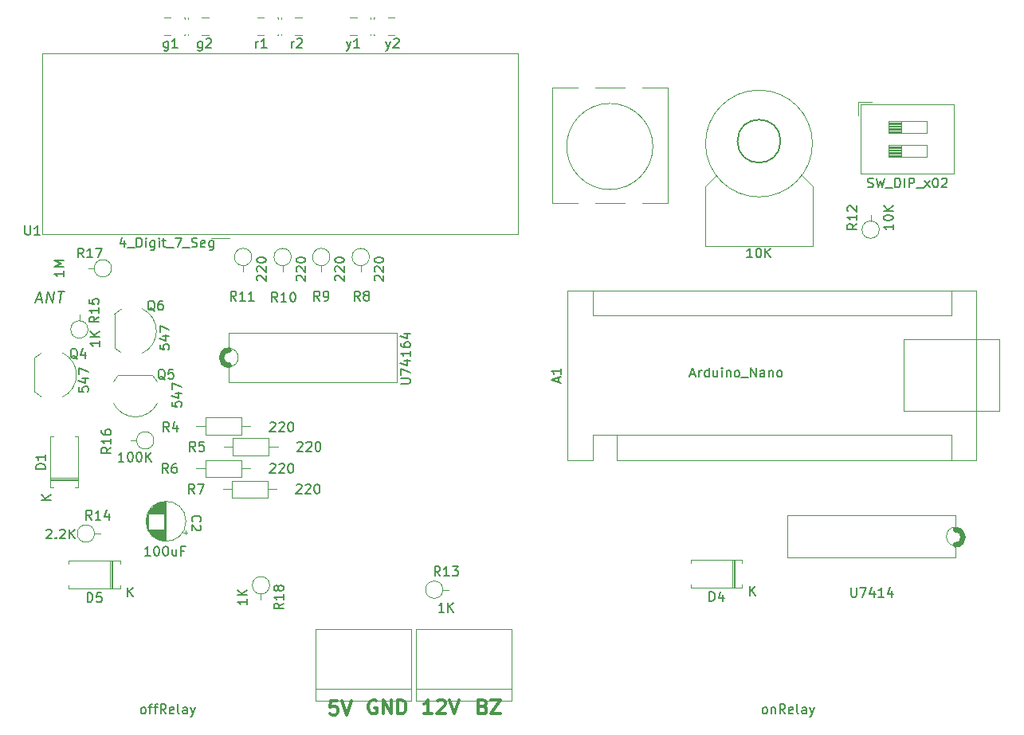
<source format=gto>
G04 #@! TF.GenerationSoftware,KiCad,Pcbnew,(5.0.0)*
G04 #@! TF.CreationDate,2019-11-21T16:47:14+05:30*
G04 #@! TF.ProjectId,Smartarter,536D61727461727465722E6B69636164,rev?*
G04 #@! TF.SameCoordinates,Original*
G04 #@! TF.FileFunction,Legend,Top*
G04 #@! TF.FilePolarity,Positive*
%FSLAX46Y46*%
G04 Gerber Fmt 4.6, Leading zero omitted, Abs format (unit mm)*
G04 Created by KiCad (PCBNEW (5.0.0)) date 11/21/19 16:47:14*
%MOMM*%
%LPD*%
G01*
G04 APERTURE LIST*
%ADD10C,0.600000*%
%ADD11C,0.300000*%
%ADD12C,0.120000*%
%ADD13C,0.100000*%
%ADD14C,0.150000*%
%ADD15C,0.050000*%
%ADD16C,0.200000*%
G04 APERTURE END LIST*
D10*
X83400000Y-104000000D02*
G75*
G02X83400000Y-102400000I0J800000D01*
G01*
X160600000Y-121500000D02*
G75*
G02X160600000Y-123100000I0J-800000D01*
G01*
D11*
X94914285Y-139678571D02*
X94200000Y-139678571D01*
X94128571Y-140392857D01*
X94200000Y-140321428D01*
X94342857Y-140250000D01*
X94700000Y-140250000D01*
X94842857Y-140321428D01*
X94914285Y-140392857D01*
X94985714Y-140535714D01*
X94985714Y-140892857D01*
X94914285Y-141035714D01*
X94842857Y-141107142D01*
X94700000Y-141178571D01*
X94342857Y-141178571D01*
X94200000Y-141107142D01*
X94128571Y-141035714D01*
X95414285Y-139678571D02*
X95914285Y-141178571D01*
X96414285Y-139678571D01*
X99057142Y-139650000D02*
X98914285Y-139578571D01*
X98700000Y-139578571D01*
X98485714Y-139650000D01*
X98342857Y-139792857D01*
X98271428Y-139935714D01*
X98200000Y-140221428D01*
X98200000Y-140435714D01*
X98271428Y-140721428D01*
X98342857Y-140864285D01*
X98485714Y-141007142D01*
X98700000Y-141078571D01*
X98842857Y-141078571D01*
X99057142Y-141007142D01*
X99128571Y-140935714D01*
X99128571Y-140435714D01*
X98842857Y-140435714D01*
X99771428Y-141078571D02*
X99771428Y-139578571D01*
X100628571Y-141078571D01*
X100628571Y-139578571D01*
X101342857Y-141078571D02*
X101342857Y-139578571D01*
X101700000Y-139578571D01*
X101914285Y-139650000D01*
X102057142Y-139792857D01*
X102128571Y-139935714D01*
X102200000Y-140221428D01*
X102200000Y-140435714D01*
X102128571Y-140721428D01*
X102057142Y-140864285D01*
X101914285Y-141007142D01*
X101700000Y-141078571D01*
X101342857Y-141078571D01*
X110392857Y-140292857D02*
X110607142Y-140364285D01*
X110678571Y-140435714D01*
X110750000Y-140578571D01*
X110750000Y-140792857D01*
X110678571Y-140935714D01*
X110607142Y-141007142D01*
X110464285Y-141078571D01*
X109892857Y-141078571D01*
X109892857Y-139578571D01*
X110392857Y-139578571D01*
X110535714Y-139650000D01*
X110607142Y-139721428D01*
X110678571Y-139864285D01*
X110678571Y-140007142D01*
X110607142Y-140150000D01*
X110535714Y-140221428D01*
X110392857Y-140292857D01*
X109892857Y-140292857D01*
X111250000Y-139578571D02*
X112250000Y-139578571D01*
X111250000Y-141078571D01*
X112250000Y-141078571D01*
X104971428Y-141078571D02*
X104114285Y-141078571D01*
X104542857Y-141078571D02*
X104542857Y-139578571D01*
X104400000Y-139792857D01*
X104257142Y-139935714D01*
X104114285Y-140007142D01*
X105542857Y-139721428D02*
X105614285Y-139650000D01*
X105757142Y-139578571D01*
X106114285Y-139578571D01*
X106257142Y-139650000D01*
X106328571Y-139721428D01*
X106400000Y-139864285D01*
X106400000Y-140007142D01*
X106328571Y-140221428D01*
X105471428Y-141078571D01*
X106400000Y-141078571D01*
X106828571Y-139578571D02*
X107328571Y-141078571D01*
X107828571Y-139578571D01*
D12*
G04 #@! TO.C,A1*
X124570000Y-111430000D02*
X122030000Y-111430000D01*
X122030000Y-111430000D02*
X122030000Y-114100000D01*
X124570000Y-114100000D02*
X162800000Y-114100000D01*
X119360000Y-114100000D02*
X122030000Y-114100000D01*
X122030000Y-98730000D02*
X122030000Y-96060000D01*
X122030000Y-98730000D02*
X160130000Y-98730000D01*
X160130000Y-98730000D02*
X160130000Y-96060000D01*
X124570000Y-111430000D02*
X124570000Y-114100000D01*
X124570000Y-111430000D02*
X160130000Y-111430000D01*
X160130000Y-111430000D02*
X160130000Y-114100000D01*
D13*
X155050000Y-108890000D02*
X155050000Y-101270000D01*
X155050000Y-101270000D02*
X165210000Y-101270000D01*
X165210000Y-101270000D02*
X165210000Y-108890000D01*
X165210000Y-108890000D02*
X155050000Y-108890000D01*
D12*
X162800000Y-114100000D02*
X162800000Y-96060000D01*
X162800000Y-96060000D02*
X119360000Y-96060000D01*
X119360000Y-96060000D02*
X119360000Y-114100000D01*
D14*
G04 #@! TO.C,POT1*
X142001835Y-80181263D02*
G75*
G03X142001835Y-80181263I-2289525J0D01*
G01*
D15*
X144157310Y-83741263D02*
X145427310Y-85011263D01*
X145427310Y-85011263D02*
X145427310Y-91361263D01*
X135267310Y-83741263D02*
X133997310Y-85011263D01*
X145391923Y-80431263D02*
G75*
G03X145391923Y-80431263I-5679613J0D01*
G01*
X133997310Y-91361263D02*
X145427310Y-91361263D01*
X133997310Y-85011263D02*
X133997310Y-91361263D01*
D12*
G04 #@! TO.C,Q5*
X75260000Y-105050000D02*
X71660000Y-105050000D01*
X75784184Y-105777205D02*
G75*
G03X75260000Y-105050000I-2324184J-1122795D01*
G01*
X75816400Y-107998807D02*
G75*
G02X73460000Y-109500000I-2356400J1098807D01*
G01*
X71103600Y-107998807D02*
G75*
G03X73460000Y-109500000I2356400J1098807D01*
G01*
X71135816Y-105777205D02*
G75*
G02X71660000Y-105050000I2324184J-1122795D01*
G01*
G04 #@! TO.C,SW1*
X130050000Y-74500000D02*
X130050000Y-86800000D01*
X125470000Y-86800000D02*
X122330000Y-86800000D01*
X117750000Y-86800000D02*
X117750000Y-74500000D01*
X127330000Y-74500000D02*
X130050000Y-74500000D01*
X128439050Y-80750000D02*
G75*
G03X128439050Y-80750000I-4579050J0D01*
G01*
X117750000Y-74500000D02*
X120470000Y-74500000D01*
X122330000Y-74500000D02*
X125470000Y-74500000D01*
X120470000Y-86800000D02*
X117750000Y-86800000D01*
X130050000Y-86800000D02*
X127330000Y-86800000D01*
G04 #@! TO.C,U1*
X81472310Y-90471265D02*
X83472310Y-90471265D01*
X114092310Y-70851265D02*
X63552310Y-70851265D01*
X114092310Y-90091265D02*
X114092310Y-70851265D01*
X63552310Y-90091265D02*
X114092310Y-90091265D01*
X63552310Y-90091265D02*
X63552310Y-70851265D01*
G04 #@! TO.C,D1*
X64430000Y-116230000D02*
X67370000Y-116230000D01*
X64430000Y-115990000D02*
X67370000Y-115990000D01*
X64430000Y-116110000D02*
X67370000Y-116110000D01*
X67370000Y-111570000D02*
X67040000Y-111570000D01*
X67370000Y-117010000D02*
X67370000Y-111570000D01*
X67040000Y-117010000D02*
X67370000Y-117010000D01*
X64430000Y-111570000D02*
X64760000Y-111570000D01*
X64430000Y-117010000D02*
X64430000Y-111570000D01*
X64760000Y-117010000D02*
X64430000Y-117010000D01*
G04 #@! TO.C,R14*
X69120000Y-121900000D02*
X69740000Y-121900000D01*
X69120000Y-121900000D02*
G75*
G03X69120000Y-121900000I-920000J0D01*
G01*
G04 #@! TO.C,C2*
X78769801Y-121995000D02*
X78769801Y-121595000D01*
X78969801Y-121795000D02*
X78569801Y-121795000D01*
X74619000Y-120970000D02*
X74619000Y-120230000D01*
X74659000Y-121137000D02*
X74659000Y-120063000D01*
X74699000Y-121264000D02*
X74699000Y-119936000D01*
X74739000Y-121368000D02*
X74739000Y-119832000D01*
X74779000Y-121459000D02*
X74779000Y-119741000D01*
X74819000Y-121540000D02*
X74819000Y-119660000D01*
X74859000Y-121613000D02*
X74859000Y-119587000D01*
X74899000Y-119760000D02*
X74899000Y-119520000D01*
X74899000Y-121680000D02*
X74899000Y-121440000D01*
X74939000Y-119760000D02*
X74939000Y-119458000D01*
X74939000Y-121742000D02*
X74939000Y-121440000D01*
X74979000Y-119760000D02*
X74979000Y-119400000D01*
X74979000Y-121800000D02*
X74979000Y-121440000D01*
X75019000Y-119760000D02*
X75019000Y-119346000D01*
X75019000Y-121854000D02*
X75019000Y-121440000D01*
X75059000Y-119760000D02*
X75059000Y-119296000D01*
X75059000Y-121904000D02*
X75059000Y-121440000D01*
X75099000Y-119760000D02*
X75099000Y-119249000D01*
X75099000Y-121951000D02*
X75099000Y-121440000D01*
X75139000Y-119760000D02*
X75139000Y-119204000D01*
X75139000Y-121996000D02*
X75139000Y-121440000D01*
X75179000Y-119760000D02*
X75179000Y-119162000D01*
X75179000Y-122038000D02*
X75179000Y-121440000D01*
X75219000Y-119760000D02*
X75219000Y-119122000D01*
X75219000Y-122078000D02*
X75219000Y-121440000D01*
X75259000Y-119760000D02*
X75259000Y-119084000D01*
X75259000Y-122116000D02*
X75259000Y-121440000D01*
X75299000Y-119760000D02*
X75299000Y-119048000D01*
X75299000Y-122152000D02*
X75299000Y-121440000D01*
X75339000Y-119760000D02*
X75339000Y-119013000D01*
X75339000Y-122187000D02*
X75339000Y-121440000D01*
X75379000Y-119760000D02*
X75379000Y-118981000D01*
X75379000Y-122219000D02*
X75379000Y-121440000D01*
X75419000Y-119760000D02*
X75419000Y-118950000D01*
X75419000Y-122250000D02*
X75419000Y-121440000D01*
X75459000Y-119760000D02*
X75459000Y-118920000D01*
X75459000Y-122280000D02*
X75459000Y-121440000D01*
X75499000Y-119760000D02*
X75499000Y-118892000D01*
X75499000Y-122308000D02*
X75499000Y-121440000D01*
X75539000Y-119760000D02*
X75539000Y-118865000D01*
X75539000Y-122335000D02*
X75539000Y-121440000D01*
X75579000Y-119760000D02*
X75579000Y-118840000D01*
X75579000Y-122360000D02*
X75579000Y-121440000D01*
X75619000Y-119760000D02*
X75619000Y-118815000D01*
X75619000Y-122385000D02*
X75619000Y-121440000D01*
X75659000Y-119760000D02*
X75659000Y-118792000D01*
X75659000Y-122408000D02*
X75659000Y-121440000D01*
X75699000Y-119760000D02*
X75699000Y-118770000D01*
X75699000Y-122430000D02*
X75699000Y-121440000D01*
X75739000Y-119760000D02*
X75739000Y-118749000D01*
X75739000Y-122451000D02*
X75739000Y-121440000D01*
X75779000Y-119760000D02*
X75779000Y-118730000D01*
X75779000Y-122470000D02*
X75779000Y-121440000D01*
X75819000Y-119760000D02*
X75819000Y-118711000D01*
X75819000Y-122489000D02*
X75819000Y-121440000D01*
X75859000Y-119760000D02*
X75859000Y-118693000D01*
X75859000Y-122507000D02*
X75859000Y-121440000D01*
X75899000Y-119760000D02*
X75899000Y-118676000D01*
X75899000Y-122524000D02*
X75899000Y-121440000D01*
X75939000Y-119760000D02*
X75939000Y-118660000D01*
X75939000Y-122540000D02*
X75939000Y-121440000D01*
X75979000Y-119760000D02*
X75979000Y-118646000D01*
X75979000Y-122554000D02*
X75979000Y-121440000D01*
X76020000Y-119760000D02*
X76020000Y-118632000D01*
X76020000Y-122568000D02*
X76020000Y-121440000D01*
X76060000Y-119760000D02*
X76060000Y-118618000D01*
X76060000Y-122582000D02*
X76060000Y-121440000D01*
X76100000Y-119760000D02*
X76100000Y-118606000D01*
X76100000Y-122594000D02*
X76100000Y-121440000D01*
X76140000Y-119760000D02*
X76140000Y-118595000D01*
X76140000Y-122605000D02*
X76140000Y-121440000D01*
X76180000Y-119760000D02*
X76180000Y-118584000D01*
X76180000Y-122616000D02*
X76180000Y-121440000D01*
X76220000Y-119760000D02*
X76220000Y-118575000D01*
X76220000Y-122625000D02*
X76220000Y-121440000D01*
X76260000Y-119760000D02*
X76260000Y-118566000D01*
X76260000Y-122634000D02*
X76260000Y-121440000D01*
X76300000Y-119760000D02*
X76300000Y-118558000D01*
X76300000Y-122642000D02*
X76300000Y-121440000D01*
X76340000Y-119760000D02*
X76340000Y-118550000D01*
X76340000Y-122650000D02*
X76340000Y-121440000D01*
X76380000Y-119760000D02*
X76380000Y-118544000D01*
X76380000Y-122656000D02*
X76380000Y-121440000D01*
X76420000Y-119760000D02*
X76420000Y-118538000D01*
X76420000Y-122662000D02*
X76420000Y-121440000D01*
X76460000Y-119760000D02*
X76460000Y-118533000D01*
X76460000Y-122667000D02*
X76460000Y-121440000D01*
X76500000Y-119760000D02*
X76500000Y-118529000D01*
X76500000Y-122671000D02*
X76500000Y-121440000D01*
X76540000Y-122674000D02*
X76540000Y-118526000D01*
X76580000Y-122677000D02*
X76580000Y-118523000D01*
X76620000Y-122679000D02*
X76620000Y-118521000D01*
X76660000Y-122680000D02*
X76660000Y-118520000D01*
X76700000Y-122680000D02*
X76700000Y-118520000D01*
X78820000Y-120600000D02*
G75*
G03X78820000Y-120600000I-2120000J0D01*
G01*
G04 #@! TO.C,R15*
X67500000Y-99280000D02*
X67500000Y-98660000D01*
X68420000Y-100200000D02*
G75*
G03X68420000Y-100200000I-920000J0D01*
G01*
G04 #@! TO.C,R16*
X73580000Y-112000000D02*
X72960000Y-112000000D01*
X75420000Y-112000000D02*
G75*
G03X75420000Y-112000000I-920000J0D01*
G01*
G04 #@! TO.C,R17*
X69080000Y-93700000D02*
X68460000Y-93700000D01*
X70920000Y-93700000D02*
G75*
G03X70920000Y-93700000I-920000J0D01*
G01*
G04 #@! TO.C,y1*
X98820000Y-67175000D02*
X98820000Y-67065000D01*
X98820000Y-68935000D02*
X98820000Y-68825000D01*
X98830000Y-67065000D02*
X98820000Y-67065000D01*
X101020000Y-67065000D02*
X100289000Y-67065000D01*
X98830000Y-68935000D02*
X98820000Y-68935000D01*
X101020000Y-68935000D02*
X100289000Y-68935000D01*
G04 #@! TO.C,r1*
X88580000Y-68825000D02*
X88580000Y-68935000D01*
X88580000Y-67065000D02*
X88580000Y-67175000D01*
X88570000Y-68935000D02*
X88580000Y-68935000D01*
X86380000Y-68935000D02*
X87111000Y-68935000D01*
X88570000Y-67065000D02*
X88580000Y-67065000D01*
X86380000Y-67065000D02*
X87111000Y-67065000D01*
G04 #@! TO.C,g1*
X78680000Y-68825000D02*
X78680000Y-68935000D01*
X78680000Y-67065000D02*
X78680000Y-67175000D01*
X78670000Y-68935000D02*
X78680000Y-68935000D01*
X76480000Y-68935000D02*
X77211000Y-68935000D01*
X78670000Y-67065000D02*
X78680000Y-67065000D01*
X76480000Y-67065000D02*
X77211000Y-67065000D01*
G04 #@! TO.C,J1*
X103268737Y-139682309D02*
X113428737Y-139682309D01*
X103268737Y-132062309D02*
X103268737Y-139682309D01*
X113428737Y-132062309D02*
X103268737Y-132062309D01*
X113428737Y-139682309D02*
X113428737Y-132062309D01*
X113428737Y-138412309D02*
X103268737Y-138412309D01*
G04 #@! TO.C,J2*
X92568736Y-139682308D02*
X102728736Y-139682308D01*
X92568736Y-132062308D02*
X92568736Y-139682308D01*
X102728736Y-132062308D02*
X92568736Y-132062308D01*
X102728736Y-139682308D02*
X102728736Y-132062308D01*
X102728736Y-138412308D02*
X92568736Y-138412308D01*
G04 #@! TO.C,D4*
X137138736Y-127642308D02*
X137138736Y-124702308D01*
X136898736Y-127642308D02*
X136898736Y-124702308D01*
X137018736Y-127642308D02*
X137018736Y-124702308D01*
X132478736Y-124702308D02*
X132478736Y-125032308D01*
X137918736Y-124702308D02*
X132478736Y-124702308D01*
X137918736Y-125032308D02*
X137918736Y-124702308D01*
X132478736Y-127642308D02*
X132478736Y-127312308D01*
X137918736Y-127642308D02*
X132478736Y-127642308D01*
X137918736Y-127312308D02*
X137918736Y-127642308D01*
G04 #@! TO.C,D5*
X71038736Y-127742310D02*
X71038736Y-124802310D01*
X70798736Y-127742310D02*
X70798736Y-124802310D01*
X70918736Y-127742310D02*
X70918736Y-124802310D01*
X66378736Y-124802310D02*
X66378736Y-125132310D01*
X71818736Y-124802310D02*
X66378736Y-124802310D01*
X71818736Y-125132310D02*
X71818736Y-124802310D01*
X66378736Y-127742310D02*
X66378736Y-127412310D01*
X71818736Y-127742310D02*
X66378736Y-127742310D01*
X71818736Y-127412310D02*
X71818736Y-127742310D01*
G04 #@! TO.C,R8*
X97400000Y-93420000D02*
X97400000Y-94040000D01*
X98320000Y-92500000D02*
G75*
G03X98320000Y-92500000I-920000J0D01*
G01*
G04 #@! TO.C,R9*
X93200000Y-93420000D02*
X93200000Y-94040000D01*
X94120000Y-92500000D02*
G75*
G03X94120000Y-92500000I-920000J0D01*
G01*
G04 #@! TO.C,R10*
X89100000Y-93420000D02*
X89100000Y-94040000D01*
X90020000Y-92500000D02*
G75*
G03X90020000Y-92500000I-920000J0D01*
G01*
G04 #@! TO.C,R11*
X84900000Y-93420000D02*
X84900000Y-94040000D01*
X85820000Y-92500000D02*
G75*
G03X85820000Y-92500000I-920000J0D01*
G01*
G04 #@! TO.C,R12*
X151572309Y-88671264D02*
X151572309Y-88051264D01*
X152492309Y-89591264D02*
G75*
G03X152492309Y-89591264I-920000J0D01*
G01*
G04 #@! TO.C,R13*
X106128740Y-127872311D02*
X106748740Y-127872311D01*
X106128740Y-127872311D02*
G75*
G03X106128740Y-127872311I-920000J0D01*
G01*
G04 #@! TO.C,R18*
X86800000Y-128320000D02*
X86800000Y-128940000D01*
X87720000Y-127400000D02*
G75*
G03X87720000Y-127400000I-920000J0D01*
G01*
G04 #@! TO.C,SW2*
X154805643Y-80596263D02*
X154805643Y-81866263D01*
X153452310Y-81796263D02*
X154805643Y-81796263D01*
X153452310Y-81676263D02*
X154805643Y-81676263D01*
X153452310Y-81556263D02*
X154805643Y-81556263D01*
X153452310Y-81436263D02*
X154805643Y-81436263D01*
X153452310Y-81316263D02*
X154805643Y-81316263D01*
X153452310Y-81196263D02*
X154805643Y-81196263D01*
X153452310Y-81076263D02*
X154805643Y-81076263D01*
X153452310Y-80956263D02*
X154805643Y-80956263D01*
X153452310Y-80836263D02*
X154805643Y-80836263D01*
X153452310Y-80716263D02*
X154805643Y-80716263D01*
X157512310Y-80596263D02*
X153452310Y-80596263D01*
X157512310Y-81866263D02*
X157512310Y-80596263D01*
X153452310Y-81866263D02*
X157512310Y-81866263D01*
X153452310Y-80596263D02*
X153452310Y-81866263D01*
X154805643Y-78056263D02*
X154805643Y-79326263D01*
X153452310Y-79256263D02*
X154805643Y-79256263D01*
X153452310Y-79136263D02*
X154805643Y-79136263D01*
X153452310Y-79016263D02*
X154805643Y-79016263D01*
X153452310Y-78896263D02*
X154805643Y-78896263D01*
X153452310Y-78776263D02*
X154805643Y-78776263D01*
X153452310Y-78656263D02*
X154805643Y-78656263D01*
X153452310Y-78536263D02*
X154805643Y-78536263D01*
X153452310Y-78416263D02*
X154805643Y-78416263D01*
X153452310Y-78296263D02*
X154805643Y-78296263D01*
X153452310Y-78176263D02*
X154805643Y-78176263D01*
X157512310Y-78056263D02*
X153452310Y-78056263D01*
X157512310Y-79326263D02*
X157512310Y-78056263D01*
X153452310Y-79326263D02*
X157512310Y-79326263D01*
X153452310Y-78056263D02*
X153452310Y-79326263D01*
X150292310Y-76031263D02*
X150292310Y-77414263D01*
X150292310Y-76031263D02*
X151676310Y-76031263D01*
X160432310Y-76271263D02*
X160432310Y-83651263D01*
X150532310Y-76271263D02*
X150532310Y-83651263D01*
X150532310Y-83651263D02*
X160432310Y-83651263D01*
X150532310Y-76271263D02*
X160432310Y-76271263D01*
G04 #@! TO.C,g2*
X79020000Y-67175000D02*
X79020000Y-67065000D01*
X79020000Y-68935000D02*
X79020000Y-68825000D01*
X79030000Y-67065000D02*
X79020000Y-67065000D01*
X81220000Y-67065000D02*
X80489000Y-67065000D01*
X79030000Y-68935000D02*
X79020000Y-68935000D01*
X81220000Y-68935000D02*
X80489000Y-68935000D01*
G04 #@! TO.C,r2*
X88920000Y-67175000D02*
X88920000Y-67065000D01*
X88920000Y-68935000D02*
X88920000Y-68825000D01*
X88930000Y-67065000D02*
X88920000Y-67065000D01*
X91120000Y-67065000D02*
X90389000Y-67065000D01*
X88930000Y-68935000D02*
X88920000Y-68935000D01*
X91120000Y-68935000D02*
X90389000Y-68935000D01*
G04 #@! TO.C,y2*
X98480000Y-68825000D02*
X98480000Y-68935000D01*
X98480000Y-67065000D02*
X98480000Y-67175000D01*
X98470000Y-68935000D02*
X98480000Y-68935000D01*
X96280000Y-68935000D02*
X97011000Y-68935000D01*
X98470000Y-67065000D02*
X98480000Y-67065000D01*
X96280000Y-67065000D02*
X97011000Y-67065000D01*
G04 #@! TO.C,R4*
X85680000Y-110500000D02*
X84730000Y-110500000D01*
X79940000Y-110500000D02*
X80890000Y-110500000D01*
X84730000Y-109580000D02*
X80890000Y-109580000D01*
X84730000Y-111420000D02*
X84730000Y-109580000D01*
X80890000Y-111420000D02*
X84730000Y-111420000D01*
X80890000Y-109580000D02*
X80890000Y-111420000D01*
G04 #@! TO.C,R5*
X88580000Y-112700000D02*
X87630000Y-112700000D01*
X82840000Y-112700000D02*
X83790000Y-112700000D01*
X87630000Y-111780000D02*
X83790000Y-111780000D01*
X87630000Y-113620000D02*
X87630000Y-111780000D01*
X83790000Y-113620000D02*
X87630000Y-113620000D01*
X83790000Y-111780000D02*
X83790000Y-113620000D01*
G04 #@! TO.C,R6*
X85680000Y-115000000D02*
X84730000Y-115000000D01*
X79940000Y-115000000D02*
X80890000Y-115000000D01*
X84730000Y-114080000D02*
X80890000Y-114080000D01*
X84730000Y-115920000D02*
X84730000Y-114080000D01*
X80890000Y-115920000D02*
X84730000Y-115920000D01*
X80890000Y-114080000D02*
X80890000Y-115920000D01*
G04 #@! TO.C,R7*
X88480000Y-117200000D02*
X87530000Y-117200000D01*
X82740000Y-117200000D02*
X83690000Y-117200000D01*
X87530000Y-116280000D02*
X83690000Y-116280000D01*
X87530000Y-118120000D02*
X87530000Y-116280000D01*
X83690000Y-118120000D02*
X87530000Y-118120000D01*
X83690000Y-116280000D02*
X83690000Y-118120000D01*
G04 #@! TO.C,U7414*
X160630000Y-124460000D02*
X160630000Y-123210000D01*
X142730000Y-124460000D02*
X160630000Y-124460000D01*
X142730000Y-119960000D02*
X142730000Y-124460000D01*
X160630000Y-119960000D02*
X142730000Y-119960000D01*
X160630000Y-121210000D02*
X160630000Y-119960000D01*
X160630000Y-123210000D02*
G75*
G02X160630000Y-121210000I0J1000000D01*
G01*
G04 #@! TO.C,U74164*
X83370000Y-102190000D02*
G75*
G02X83370000Y-104190000I0J-1000000D01*
G01*
X83370000Y-104190000D02*
X83370000Y-105840000D01*
X83370000Y-105840000D02*
X101270000Y-105840000D01*
X101270000Y-105840000D02*
X101270000Y-100540000D01*
X101270000Y-100540000D02*
X83370000Y-100540000D01*
X83370000Y-100540000D02*
X83370000Y-102190000D01*
G04 #@! TO.C,Q4*
X63477205Y-107364184D02*
G75*
G02X62750000Y-106840000I1122795J2324184D01*
G01*
X65698807Y-107396400D02*
G75*
G03X67200000Y-105040000I-1098807J2356400D01*
G01*
X65698807Y-102683600D02*
G75*
G02X67200000Y-105040000I-1098807J-2356400D01*
G01*
X63477205Y-102715816D02*
G75*
G03X62750000Y-103240000I1122795J-2324184D01*
G01*
X62750000Y-103240000D02*
X62750000Y-106840000D01*
G04 #@! TO.C,Q6*
X71968471Y-102691874D02*
G75*
G02X71241266Y-102167690I1122795J2324184D01*
G01*
X74190073Y-102724090D02*
G75*
G03X75691266Y-100367690I-1098807J2356400D01*
G01*
X74190073Y-98011290D02*
G75*
G02X75691266Y-100367690I-1098807J-2356400D01*
G01*
X71968471Y-98043506D02*
G75*
G03X71241266Y-98567690I1122795J-2324184D01*
G01*
X71241266Y-98567690D02*
X71241266Y-102167690D01*
G04 #@! TO.C,A1*
D14*
X118386666Y-105794285D02*
X118386666Y-105318095D01*
X118672380Y-105889523D02*
X117672380Y-105556190D01*
X118672380Y-105222857D01*
X118672380Y-104365714D02*
X118672380Y-104937142D01*
X118672380Y-104651428D02*
X117672380Y-104651428D01*
X117815238Y-104746666D01*
X117910476Y-104841904D01*
X117958095Y-104937142D01*
X132442857Y-104966666D02*
X132919047Y-104966666D01*
X132347619Y-105252380D02*
X132680952Y-104252380D01*
X133014285Y-105252380D01*
X133347619Y-105252380D02*
X133347619Y-104585714D01*
X133347619Y-104776190D02*
X133395238Y-104680952D01*
X133442857Y-104633333D01*
X133538095Y-104585714D01*
X133633333Y-104585714D01*
X134395238Y-105252380D02*
X134395238Y-104252380D01*
X134395238Y-105204761D02*
X134300000Y-105252380D01*
X134109523Y-105252380D01*
X134014285Y-105204761D01*
X133966666Y-105157142D01*
X133919047Y-105061904D01*
X133919047Y-104776190D01*
X133966666Y-104680952D01*
X134014285Y-104633333D01*
X134109523Y-104585714D01*
X134300000Y-104585714D01*
X134395238Y-104633333D01*
X135300000Y-104585714D02*
X135300000Y-105252380D01*
X134871428Y-104585714D02*
X134871428Y-105109523D01*
X134919047Y-105204761D01*
X135014285Y-105252380D01*
X135157142Y-105252380D01*
X135252380Y-105204761D01*
X135300000Y-105157142D01*
X135776190Y-105252380D02*
X135776190Y-104585714D01*
X135776190Y-104252380D02*
X135728571Y-104300000D01*
X135776190Y-104347619D01*
X135823809Y-104300000D01*
X135776190Y-104252380D01*
X135776190Y-104347619D01*
X136252380Y-104585714D02*
X136252380Y-105252380D01*
X136252380Y-104680952D02*
X136300000Y-104633333D01*
X136395238Y-104585714D01*
X136538095Y-104585714D01*
X136633333Y-104633333D01*
X136680952Y-104728571D01*
X136680952Y-105252380D01*
X137300000Y-105252380D02*
X137204761Y-105204761D01*
X137157142Y-105157142D01*
X137109523Y-105061904D01*
X137109523Y-104776190D01*
X137157142Y-104680952D01*
X137204761Y-104633333D01*
X137300000Y-104585714D01*
X137442857Y-104585714D01*
X137538095Y-104633333D01*
X137585714Y-104680952D01*
X137633333Y-104776190D01*
X137633333Y-105061904D01*
X137585714Y-105157142D01*
X137538095Y-105204761D01*
X137442857Y-105252380D01*
X137300000Y-105252380D01*
X137823809Y-105347619D02*
X138585714Y-105347619D01*
X138823809Y-105252380D02*
X138823809Y-104252380D01*
X139395238Y-105252380D01*
X139395238Y-104252380D01*
X140300000Y-105252380D02*
X140300000Y-104728571D01*
X140252380Y-104633333D01*
X140157142Y-104585714D01*
X139966666Y-104585714D01*
X139871428Y-104633333D01*
X140300000Y-105204761D02*
X140204761Y-105252380D01*
X139966666Y-105252380D01*
X139871428Y-105204761D01*
X139823809Y-105109523D01*
X139823809Y-105014285D01*
X139871428Y-104919047D01*
X139966666Y-104871428D01*
X140204761Y-104871428D01*
X140300000Y-104823809D01*
X140776190Y-104585714D02*
X140776190Y-105252380D01*
X140776190Y-104680952D02*
X140823809Y-104633333D01*
X140919047Y-104585714D01*
X141061904Y-104585714D01*
X141157142Y-104633333D01*
X141204761Y-104728571D01*
X141204761Y-105252380D01*
X141823809Y-105252380D02*
X141728571Y-105204761D01*
X141680952Y-105157142D01*
X141633333Y-105061904D01*
X141633333Y-104776190D01*
X141680952Y-104680952D01*
X141728571Y-104633333D01*
X141823809Y-104585714D01*
X141966666Y-104585714D01*
X142061904Y-104633333D01*
X142109523Y-104680952D01*
X142157142Y-104776190D01*
X142157142Y-105061904D01*
X142109523Y-105157142D01*
X142061904Y-105204761D01*
X141966666Y-105252380D01*
X141823809Y-105252380D01*
G04 #@! TO.C,POT1*
X139009523Y-92552380D02*
X138438095Y-92552380D01*
X138723809Y-92552380D02*
X138723809Y-91552380D01*
X138628571Y-91695238D01*
X138533333Y-91790476D01*
X138438095Y-91838095D01*
X139628571Y-91552380D02*
X139723809Y-91552380D01*
X139819047Y-91600000D01*
X139866666Y-91647619D01*
X139914285Y-91742857D01*
X139961904Y-91933333D01*
X139961904Y-92171428D01*
X139914285Y-92361904D01*
X139866666Y-92457142D01*
X139819047Y-92504761D01*
X139723809Y-92552380D01*
X139628571Y-92552380D01*
X139533333Y-92504761D01*
X139485714Y-92457142D01*
X139438095Y-92361904D01*
X139390476Y-92171428D01*
X139390476Y-91933333D01*
X139438095Y-91742857D01*
X139485714Y-91647619D01*
X139533333Y-91600000D01*
X139628571Y-91552380D01*
X140390476Y-92552380D02*
X140390476Y-91552380D01*
X140961904Y-92552380D02*
X140533333Y-91980952D01*
X140961904Y-91552380D02*
X140390476Y-92123809D01*
G04 #@! TO.C,Q5*
X76604761Y-105547619D02*
X76509523Y-105500000D01*
X76414285Y-105404761D01*
X76271428Y-105261904D01*
X76176190Y-105214285D01*
X76080952Y-105214285D01*
X76128571Y-105452380D02*
X76033333Y-105404761D01*
X75938095Y-105309523D01*
X75890476Y-105119047D01*
X75890476Y-104785714D01*
X75938095Y-104595238D01*
X76033333Y-104500000D01*
X76128571Y-104452380D01*
X76319047Y-104452380D01*
X76414285Y-104500000D01*
X76509523Y-104595238D01*
X76557142Y-104785714D01*
X76557142Y-105119047D01*
X76509523Y-105309523D01*
X76414285Y-105404761D01*
X76319047Y-105452380D01*
X76128571Y-105452380D01*
X77461904Y-104452380D02*
X76985714Y-104452380D01*
X76938095Y-104928571D01*
X76985714Y-104880952D01*
X77080952Y-104833333D01*
X77319047Y-104833333D01*
X77414285Y-104880952D01*
X77461904Y-104928571D01*
X77509523Y-105023809D01*
X77509523Y-105261904D01*
X77461904Y-105357142D01*
X77414285Y-105404761D01*
X77319047Y-105452380D01*
X77080952Y-105452380D01*
X76985714Y-105404761D01*
X76938095Y-105357142D01*
X77352380Y-107914285D02*
X77352380Y-108390476D01*
X77828571Y-108438095D01*
X77780952Y-108390476D01*
X77733333Y-108295238D01*
X77733333Y-108057142D01*
X77780952Y-107961904D01*
X77828571Y-107914285D01*
X77923809Y-107866666D01*
X78161904Y-107866666D01*
X78257142Y-107914285D01*
X78304761Y-107961904D01*
X78352380Y-108057142D01*
X78352380Y-108295238D01*
X78304761Y-108390476D01*
X78257142Y-108438095D01*
X77685714Y-107009523D02*
X78352380Y-107009523D01*
X77304761Y-107247619D02*
X78019047Y-107485714D01*
X78019047Y-106866666D01*
X77352380Y-106580952D02*
X77352380Y-105914285D01*
X78352380Y-106342857D01*
G04 #@! TO.C,U1*
X61738095Y-89152380D02*
X61738095Y-89961904D01*
X61785714Y-90057142D01*
X61833333Y-90104761D01*
X61928571Y-90152380D01*
X62119047Y-90152380D01*
X62214285Y-90104761D01*
X62261904Y-90057142D01*
X62309523Y-89961904D01*
X62309523Y-89152380D01*
X63309523Y-90152380D02*
X62738095Y-90152380D01*
X63023809Y-90152380D02*
X63023809Y-89152380D01*
X62928571Y-89295238D01*
X62833333Y-89390476D01*
X62738095Y-89438095D01*
X72300000Y-90785714D02*
X72300000Y-91452380D01*
X72061904Y-90404761D02*
X71823809Y-91119047D01*
X72442857Y-91119047D01*
X72585714Y-91547619D02*
X73347619Y-91547619D01*
X73585714Y-91452380D02*
X73585714Y-90452380D01*
X73823809Y-90452380D01*
X73966666Y-90500000D01*
X74061904Y-90595238D01*
X74109523Y-90690476D01*
X74157142Y-90880952D01*
X74157142Y-91023809D01*
X74109523Y-91214285D01*
X74061904Y-91309523D01*
X73966666Y-91404761D01*
X73823809Y-91452380D01*
X73585714Y-91452380D01*
X74585714Y-91452380D02*
X74585714Y-90785714D01*
X74585714Y-90452380D02*
X74538095Y-90500000D01*
X74585714Y-90547619D01*
X74633333Y-90500000D01*
X74585714Y-90452380D01*
X74585714Y-90547619D01*
X75490476Y-90785714D02*
X75490476Y-91595238D01*
X75442857Y-91690476D01*
X75395238Y-91738095D01*
X75300000Y-91785714D01*
X75157142Y-91785714D01*
X75061904Y-91738095D01*
X75490476Y-91404761D02*
X75395238Y-91452380D01*
X75204761Y-91452380D01*
X75109523Y-91404761D01*
X75061904Y-91357142D01*
X75014285Y-91261904D01*
X75014285Y-90976190D01*
X75061904Y-90880952D01*
X75109523Y-90833333D01*
X75204761Y-90785714D01*
X75395238Y-90785714D01*
X75490476Y-90833333D01*
X75966666Y-91452380D02*
X75966666Y-90785714D01*
X75966666Y-90452380D02*
X75919047Y-90500000D01*
X75966666Y-90547619D01*
X76014285Y-90500000D01*
X75966666Y-90452380D01*
X75966666Y-90547619D01*
X76300000Y-90785714D02*
X76680952Y-90785714D01*
X76442857Y-90452380D02*
X76442857Y-91309523D01*
X76490476Y-91404761D01*
X76585714Y-91452380D01*
X76680952Y-91452380D01*
X76776190Y-91547619D02*
X77538095Y-91547619D01*
X77680952Y-90452380D02*
X78347619Y-90452380D01*
X77919047Y-91452380D01*
X78490476Y-91547619D02*
X79252380Y-91547619D01*
X79442857Y-91404761D02*
X79585714Y-91452380D01*
X79823809Y-91452380D01*
X79919047Y-91404761D01*
X79966666Y-91357142D01*
X80014285Y-91261904D01*
X80014285Y-91166666D01*
X79966666Y-91071428D01*
X79919047Y-91023809D01*
X79823809Y-90976190D01*
X79633333Y-90928571D01*
X79538095Y-90880952D01*
X79490476Y-90833333D01*
X79442857Y-90738095D01*
X79442857Y-90642857D01*
X79490476Y-90547619D01*
X79538095Y-90500000D01*
X79633333Y-90452380D01*
X79871428Y-90452380D01*
X80014285Y-90500000D01*
X80823809Y-91404761D02*
X80728571Y-91452380D01*
X80538095Y-91452380D01*
X80442857Y-91404761D01*
X80395238Y-91309523D01*
X80395238Y-90928571D01*
X80442857Y-90833333D01*
X80538095Y-90785714D01*
X80728571Y-90785714D01*
X80823809Y-90833333D01*
X80871428Y-90928571D01*
X80871428Y-91023809D01*
X80395238Y-91119047D01*
X81728571Y-90785714D02*
X81728571Y-91595238D01*
X81680952Y-91690476D01*
X81633333Y-91738095D01*
X81538095Y-91785714D01*
X81395238Y-91785714D01*
X81300000Y-91738095D01*
X81728571Y-91404761D02*
X81633333Y-91452380D01*
X81442857Y-91452380D01*
X81347619Y-91404761D01*
X81300000Y-91357142D01*
X81252380Y-91261904D01*
X81252380Y-90976190D01*
X81300000Y-90880952D01*
X81347619Y-90833333D01*
X81442857Y-90785714D01*
X81633333Y-90785714D01*
X81728571Y-90833333D01*
G04 #@! TO.C,ANT1*
D16*
X62949821Y-97000000D02*
X63521250Y-97000000D01*
X62792678Y-97342857D02*
X63342678Y-96142857D01*
X63592678Y-97342857D01*
X63992678Y-97342857D02*
X64142678Y-96142857D01*
X64678392Y-97342857D01*
X64828392Y-96142857D01*
X65228392Y-96142857D02*
X65914107Y-96142857D01*
X65421250Y-97342857D02*
X65571250Y-96142857D01*
G04 #@! TO.C,D1*
D14*
X63882380Y-115028095D02*
X62882380Y-115028095D01*
X62882380Y-114790000D01*
X62930000Y-114647142D01*
X63025238Y-114551904D01*
X63120476Y-114504285D01*
X63310952Y-114456666D01*
X63453809Y-114456666D01*
X63644285Y-114504285D01*
X63739523Y-114551904D01*
X63834761Y-114647142D01*
X63882380Y-114790000D01*
X63882380Y-115028095D01*
X63882380Y-113504285D02*
X63882380Y-114075714D01*
X63882380Y-113790000D02*
X62882380Y-113790000D01*
X63025238Y-113885238D01*
X63120476Y-113980476D01*
X63168095Y-114075714D01*
X64452380Y-118361904D02*
X63452380Y-118361904D01*
X64452380Y-117790476D02*
X63880952Y-118219047D01*
X63452380Y-117790476D02*
X64023809Y-118361904D01*
G04 #@! TO.C,R14*
X68827142Y-120432380D02*
X68493809Y-119956190D01*
X68255714Y-120432380D02*
X68255714Y-119432380D01*
X68636666Y-119432380D01*
X68731904Y-119480000D01*
X68779523Y-119527619D01*
X68827142Y-119622857D01*
X68827142Y-119765714D01*
X68779523Y-119860952D01*
X68731904Y-119908571D01*
X68636666Y-119956190D01*
X68255714Y-119956190D01*
X69779523Y-120432380D02*
X69208095Y-120432380D01*
X69493809Y-120432380D02*
X69493809Y-119432380D01*
X69398571Y-119575238D01*
X69303333Y-119670476D01*
X69208095Y-119718095D01*
X70636666Y-119765714D02*
X70636666Y-120432380D01*
X70398571Y-119384761D02*
X70160476Y-120099047D01*
X70779523Y-120099047D01*
X64000000Y-121547619D02*
X64047619Y-121500000D01*
X64142857Y-121452380D01*
X64380952Y-121452380D01*
X64476190Y-121500000D01*
X64523809Y-121547619D01*
X64571428Y-121642857D01*
X64571428Y-121738095D01*
X64523809Y-121880952D01*
X63952380Y-122452380D01*
X64571428Y-122452380D01*
X65000000Y-122357142D02*
X65047619Y-122404761D01*
X65000000Y-122452380D01*
X64952380Y-122404761D01*
X65000000Y-122357142D01*
X65000000Y-122452380D01*
X65428571Y-121547619D02*
X65476190Y-121500000D01*
X65571428Y-121452380D01*
X65809523Y-121452380D01*
X65904761Y-121500000D01*
X65952380Y-121547619D01*
X66000000Y-121642857D01*
X66000000Y-121738095D01*
X65952380Y-121880952D01*
X65380952Y-122452380D01*
X66000000Y-122452380D01*
X66428571Y-122452380D02*
X66428571Y-121452380D01*
X67000000Y-122452380D02*
X66571428Y-121880952D01*
X67000000Y-121452380D02*
X66428571Y-122023809D01*
G04 #@! TO.C,C2*
X79542857Y-120633333D02*
X79495238Y-120585714D01*
X79447619Y-120442857D01*
X79447619Y-120347619D01*
X79495238Y-120204761D01*
X79590476Y-120109523D01*
X79685714Y-120061904D01*
X79876190Y-120014285D01*
X80019047Y-120014285D01*
X80209523Y-120061904D01*
X80304761Y-120109523D01*
X80400000Y-120204761D01*
X80447619Y-120347619D01*
X80447619Y-120442857D01*
X80400000Y-120585714D01*
X80352380Y-120633333D01*
X80352380Y-121014285D02*
X80400000Y-121061904D01*
X80447619Y-121157142D01*
X80447619Y-121395238D01*
X80400000Y-121490476D01*
X80352380Y-121538095D01*
X80257142Y-121585714D01*
X80161904Y-121585714D01*
X80019047Y-121538095D01*
X79447619Y-120966666D01*
X79447619Y-121585714D01*
X75052380Y-124252380D02*
X74480952Y-124252380D01*
X74766666Y-124252380D02*
X74766666Y-123252380D01*
X74671428Y-123395238D01*
X74576190Y-123490476D01*
X74480952Y-123538095D01*
X75671428Y-123252380D02*
X75766666Y-123252380D01*
X75861904Y-123300000D01*
X75909523Y-123347619D01*
X75957142Y-123442857D01*
X76004761Y-123633333D01*
X76004761Y-123871428D01*
X75957142Y-124061904D01*
X75909523Y-124157142D01*
X75861904Y-124204761D01*
X75766666Y-124252380D01*
X75671428Y-124252380D01*
X75576190Y-124204761D01*
X75528571Y-124157142D01*
X75480952Y-124061904D01*
X75433333Y-123871428D01*
X75433333Y-123633333D01*
X75480952Y-123442857D01*
X75528571Y-123347619D01*
X75576190Y-123300000D01*
X75671428Y-123252380D01*
X76623809Y-123252380D02*
X76719047Y-123252380D01*
X76814285Y-123300000D01*
X76861904Y-123347619D01*
X76909523Y-123442857D01*
X76957142Y-123633333D01*
X76957142Y-123871428D01*
X76909523Y-124061904D01*
X76861904Y-124157142D01*
X76814285Y-124204761D01*
X76719047Y-124252380D01*
X76623809Y-124252380D01*
X76528571Y-124204761D01*
X76480952Y-124157142D01*
X76433333Y-124061904D01*
X76385714Y-123871428D01*
X76385714Y-123633333D01*
X76433333Y-123442857D01*
X76480952Y-123347619D01*
X76528571Y-123300000D01*
X76623809Y-123252380D01*
X77814285Y-123585714D02*
X77814285Y-124252380D01*
X77385714Y-123585714D02*
X77385714Y-124109523D01*
X77433333Y-124204761D01*
X77528571Y-124252380D01*
X77671428Y-124252380D01*
X77766666Y-124204761D01*
X77814285Y-124157142D01*
X78623809Y-123728571D02*
X78290476Y-123728571D01*
X78290476Y-124252380D02*
X78290476Y-123252380D01*
X78766666Y-123252380D01*
G04 #@! TO.C,R15*
X69552380Y-98842857D02*
X69076190Y-99176190D01*
X69552380Y-99414285D02*
X68552380Y-99414285D01*
X68552380Y-99033333D01*
X68600000Y-98938095D01*
X68647619Y-98890476D01*
X68742857Y-98842857D01*
X68885714Y-98842857D01*
X68980952Y-98890476D01*
X69028571Y-98938095D01*
X69076190Y-99033333D01*
X69076190Y-99414285D01*
X69552380Y-97890476D02*
X69552380Y-98461904D01*
X69552380Y-98176190D02*
X68552380Y-98176190D01*
X68695238Y-98271428D01*
X68790476Y-98366666D01*
X68838095Y-98461904D01*
X68552380Y-96985714D02*
X68552380Y-97461904D01*
X69028571Y-97509523D01*
X68980952Y-97461904D01*
X68933333Y-97366666D01*
X68933333Y-97128571D01*
X68980952Y-97033333D01*
X69028571Y-96985714D01*
X69123809Y-96938095D01*
X69361904Y-96938095D01*
X69457142Y-96985714D01*
X69504761Y-97033333D01*
X69552380Y-97128571D01*
X69552380Y-97366666D01*
X69504761Y-97461904D01*
X69457142Y-97509523D01*
X69652380Y-101414285D02*
X69652380Y-101985714D01*
X69652380Y-101700000D02*
X68652380Y-101700000D01*
X68795238Y-101795238D01*
X68890476Y-101890476D01*
X68938095Y-101985714D01*
X69652380Y-100985714D02*
X68652380Y-100985714D01*
X69652380Y-100414285D02*
X69080952Y-100842857D01*
X68652380Y-100414285D02*
X69223809Y-100985714D01*
G04 #@! TO.C,R16*
X70852380Y-112742857D02*
X70376190Y-113076190D01*
X70852380Y-113314285D02*
X69852380Y-113314285D01*
X69852380Y-112933333D01*
X69900000Y-112838095D01*
X69947619Y-112790476D01*
X70042857Y-112742857D01*
X70185714Y-112742857D01*
X70280952Y-112790476D01*
X70328571Y-112838095D01*
X70376190Y-112933333D01*
X70376190Y-113314285D01*
X70852380Y-111790476D02*
X70852380Y-112361904D01*
X70852380Y-112076190D02*
X69852380Y-112076190D01*
X69995238Y-112171428D01*
X70090476Y-112266666D01*
X70138095Y-112361904D01*
X69852380Y-110933333D02*
X69852380Y-111123809D01*
X69900000Y-111219047D01*
X69947619Y-111266666D01*
X70090476Y-111361904D01*
X70280952Y-111409523D01*
X70661904Y-111409523D01*
X70757142Y-111361904D01*
X70804761Y-111314285D01*
X70852380Y-111219047D01*
X70852380Y-111028571D01*
X70804761Y-110933333D01*
X70757142Y-110885714D01*
X70661904Y-110838095D01*
X70423809Y-110838095D01*
X70328571Y-110885714D01*
X70280952Y-110933333D01*
X70233333Y-111028571D01*
X70233333Y-111219047D01*
X70280952Y-111314285D01*
X70328571Y-111361904D01*
X70423809Y-111409523D01*
X72233333Y-114252380D02*
X71661904Y-114252380D01*
X71947619Y-114252380D02*
X71947619Y-113252380D01*
X71852380Y-113395238D01*
X71757142Y-113490476D01*
X71661904Y-113538095D01*
X72852380Y-113252380D02*
X72947619Y-113252380D01*
X73042857Y-113300000D01*
X73090476Y-113347619D01*
X73138095Y-113442857D01*
X73185714Y-113633333D01*
X73185714Y-113871428D01*
X73138095Y-114061904D01*
X73090476Y-114157142D01*
X73042857Y-114204761D01*
X72947619Y-114252380D01*
X72852380Y-114252380D01*
X72757142Y-114204761D01*
X72709523Y-114157142D01*
X72661904Y-114061904D01*
X72614285Y-113871428D01*
X72614285Y-113633333D01*
X72661904Y-113442857D01*
X72709523Y-113347619D01*
X72757142Y-113300000D01*
X72852380Y-113252380D01*
X73804761Y-113252380D02*
X73900000Y-113252380D01*
X73995238Y-113300000D01*
X74042857Y-113347619D01*
X74090476Y-113442857D01*
X74138095Y-113633333D01*
X74138095Y-113871428D01*
X74090476Y-114061904D01*
X74042857Y-114157142D01*
X73995238Y-114204761D01*
X73900000Y-114252380D01*
X73804761Y-114252380D01*
X73709523Y-114204761D01*
X73661904Y-114157142D01*
X73614285Y-114061904D01*
X73566666Y-113871428D01*
X73566666Y-113633333D01*
X73614285Y-113442857D01*
X73661904Y-113347619D01*
X73709523Y-113300000D01*
X73804761Y-113252380D01*
X74566666Y-114252380D02*
X74566666Y-113252380D01*
X75138095Y-114252380D02*
X74709523Y-113680952D01*
X75138095Y-113252380D02*
X74566666Y-113823809D01*
G04 #@! TO.C,R17*
X67957142Y-92552380D02*
X67623809Y-92076190D01*
X67385714Y-92552380D02*
X67385714Y-91552380D01*
X67766666Y-91552380D01*
X67861904Y-91600000D01*
X67909523Y-91647619D01*
X67957142Y-91742857D01*
X67957142Y-91885714D01*
X67909523Y-91980952D01*
X67861904Y-92028571D01*
X67766666Y-92076190D01*
X67385714Y-92076190D01*
X68909523Y-92552380D02*
X68338095Y-92552380D01*
X68623809Y-92552380D02*
X68623809Y-91552380D01*
X68528571Y-91695238D01*
X68433333Y-91790476D01*
X68338095Y-91838095D01*
X69242857Y-91552380D02*
X69909523Y-91552380D01*
X69480952Y-92552380D01*
X65852380Y-93985714D02*
X65852380Y-94557142D01*
X65852380Y-94271428D02*
X64852380Y-94271428D01*
X64995238Y-94366666D01*
X65090476Y-94461904D01*
X65138095Y-94557142D01*
X65852380Y-93557142D02*
X64852380Y-93557142D01*
X65566666Y-93223809D01*
X64852380Y-92890476D01*
X65852380Y-92890476D01*
G04 #@! TO.C,y1*
X95885714Y-69585714D02*
X96123809Y-70252380D01*
X96361904Y-69585714D02*
X96123809Y-70252380D01*
X96028571Y-70490476D01*
X95980952Y-70538095D01*
X95885714Y-70585714D01*
X97266666Y-70252380D02*
X96695238Y-70252380D01*
X96980952Y-70252380D02*
X96980952Y-69252380D01*
X96885714Y-69395238D01*
X96790476Y-69490476D01*
X96695238Y-69538095D01*
G04 #@! TO.C,r1*
X86252380Y-70252380D02*
X86252380Y-69585714D01*
X86252380Y-69776190D02*
X86300000Y-69680952D01*
X86347619Y-69633333D01*
X86442857Y-69585714D01*
X86538095Y-69585714D01*
X87395238Y-70252380D02*
X86823809Y-70252380D01*
X87109523Y-70252380D02*
X87109523Y-69252380D01*
X87014285Y-69395238D01*
X86919047Y-69490476D01*
X86823809Y-69538095D01*
G04 #@! TO.C,g1*
X76938095Y-69585714D02*
X76938095Y-70395238D01*
X76890476Y-70490476D01*
X76842857Y-70538095D01*
X76747619Y-70585714D01*
X76604761Y-70585714D01*
X76509523Y-70538095D01*
X76938095Y-70204761D02*
X76842857Y-70252380D01*
X76652380Y-70252380D01*
X76557142Y-70204761D01*
X76509523Y-70157142D01*
X76461904Y-70061904D01*
X76461904Y-69776190D01*
X76509523Y-69680952D01*
X76557142Y-69633333D01*
X76652380Y-69585714D01*
X76842857Y-69585714D01*
X76938095Y-69633333D01*
X77938095Y-70252380D02*
X77366666Y-70252380D01*
X77652380Y-70252380D02*
X77652380Y-69252380D01*
X77557142Y-69395238D01*
X77461904Y-69490476D01*
X77366666Y-69538095D01*
G04 #@! TO.C,onRelay1*
X140252380Y-141052380D02*
X140157142Y-141004761D01*
X140109523Y-140957142D01*
X140061904Y-140861904D01*
X140061904Y-140576190D01*
X140109523Y-140480952D01*
X140157142Y-140433333D01*
X140252380Y-140385714D01*
X140395238Y-140385714D01*
X140490476Y-140433333D01*
X140538095Y-140480952D01*
X140585714Y-140576190D01*
X140585714Y-140861904D01*
X140538095Y-140957142D01*
X140490476Y-141004761D01*
X140395238Y-141052380D01*
X140252380Y-141052380D01*
X141014285Y-140385714D02*
X141014285Y-141052380D01*
X141014285Y-140480952D02*
X141061904Y-140433333D01*
X141157142Y-140385714D01*
X141300000Y-140385714D01*
X141395238Y-140433333D01*
X141442857Y-140528571D01*
X141442857Y-141052380D01*
X142490476Y-141052380D02*
X142157142Y-140576190D01*
X141919047Y-141052380D02*
X141919047Y-140052380D01*
X142300000Y-140052380D01*
X142395238Y-140100000D01*
X142442857Y-140147619D01*
X142490476Y-140242857D01*
X142490476Y-140385714D01*
X142442857Y-140480952D01*
X142395238Y-140528571D01*
X142300000Y-140576190D01*
X141919047Y-140576190D01*
X143300000Y-141004761D02*
X143204761Y-141052380D01*
X143014285Y-141052380D01*
X142919047Y-141004761D01*
X142871428Y-140909523D01*
X142871428Y-140528571D01*
X142919047Y-140433333D01*
X143014285Y-140385714D01*
X143204761Y-140385714D01*
X143300000Y-140433333D01*
X143347619Y-140528571D01*
X143347619Y-140623809D01*
X142871428Y-140719047D01*
X143919047Y-141052380D02*
X143823809Y-141004761D01*
X143776190Y-140909523D01*
X143776190Y-140052380D01*
X144728571Y-141052380D02*
X144728571Y-140528571D01*
X144680952Y-140433333D01*
X144585714Y-140385714D01*
X144395238Y-140385714D01*
X144300000Y-140433333D01*
X144728571Y-141004761D02*
X144633333Y-141052380D01*
X144395238Y-141052380D01*
X144300000Y-141004761D01*
X144252380Y-140909523D01*
X144252380Y-140814285D01*
X144300000Y-140719047D01*
X144395238Y-140671428D01*
X144633333Y-140671428D01*
X144728571Y-140623809D01*
X145109523Y-140385714D02*
X145347619Y-141052380D01*
X145585714Y-140385714D02*
X145347619Y-141052380D01*
X145252380Y-141290476D01*
X145204761Y-141338095D01*
X145109523Y-141385714D01*
G04 #@! TO.C,offRelay1*
X74233333Y-141052380D02*
X74138095Y-141004761D01*
X74090476Y-140957142D01*
X74042857Y-140861904D01*
X74042857Y-140576190D01*
X74090476Y-140480952D01*
X74138095Y-140433333D01*
X74233333Y-140385714D01*
X74376190Y-140385714D01*
X74471428Y-140433333D01*
X74519047Y-140480952D01*
X74566666Y-140576190D01*
X74566666Y-140861904D01*
X74519047Y-140957142D01*
X74471428Y-141004761D01*
X74376190Y-141052380D01*
X74233333Y-141052380D01*
X74852380Y-140385714D02*
X75233333Y-140385714D01*
X74995238Y-141052380D02*
X74995238Y-140195238D01*
X75042857Y-140100000D01*
X75138095Y-140052380D01*
X75233333Y-140052380D01*
X75423809Y-140385714D02*
X75804761Y-140385714D01*
X75566666Y-141052380D02*
X75566666Y-140195238D01*
X75614285Y-140100000D01*
X75709523Y-140052380D01*
X75804761Y-140052380D01*
X76709523Y-141052380D02*
X76376190Y-140576190D01*
X76138095Y-141052380D02*
X76138095Y-140052380D01*
X76519047Y-140052380D01*
X76614285Y-140100000D01*
X76661904Y-140147619D01*
X76709523Y-140242857D01*
X76709523Y-140385714D01*
X76661904Y-140480952D01*
X76614285Y-140528571D01*
X76519047Y-140576190D01*
X76138095Y-140576190D01*
X77519047Y-141004761D02*
X77423809Y-141052380D01*
X77233333Y-141052380D01*
X77138095Y-141004761D01*
X77090476Y-140909523D01*
X77090476Y-140528571D01*
X77138095Y-140433333D01*
X77233333Y-140385714D01*
X77423809Y-140385714D01*
X77519047Y-140433333D01*
X77566666Y-140528571D01*
X77566666Y-140623809D01*
X77090476Y-140719047D01*
X78138095Y-141052380D02*
X78042857Y-141004761D01*
X77995238Y-140909523D01*
X77995238Y-140052380D01*
X78947619Y-141052380D02*
X78947619Y-140528571D01*
X78900000Y-140433333D01*
X78804761Y-140385714D01*
X78614285Y-140385714D01*
X78519047Y-140433333D01*
X78947619Y-141004761D02*
X78852380Y-141052380D01*
X78614285Y-141052380D01*
X78519047Y-141004761D01*
X78471428Y-140909523D01*
X78471428Y-140814285D01*
X78519047Y-140719047D01*
X78614285Y-140671428D01*
X78852380Y-140671428D01*
X78947619Y-140623809D01*
X79328571Y-140385714D02*
X79566666Y-141052380D01*
X79804761Y-140385714D02*
X79566666Y-141052380D01*
X79471428Y-141290476D01*
X79423809Y-141338095D01*
X79328571Y-141385714D01*
G04 #@! TO.C,D4*
X134460640Y-129094688D02*
X134460640Y-128094688D01*
X134698736Y-128094688D01*
X134841593Y-128142308D01*
X134936831Y-128237546D01*
X134984450Y-128332784D01*
X135032069Y-128523260D01*
X135032069Y-128666117D01*
X134984450Y-128856593D01*
X134936831Y-128951831D01*
X134841593Y-129047069D01*
X134698736Y-129094688D01*
X134460640Y-129094688D01*
X135889212Y-128428022D02*
X135889212Y-129094688D01*
X135651116Y-128047069D02*
X135413021Y-128761355D01*
X136032069Y-128761355D01*
X138746831Y-128524688D02*
X138746831Y-127524688D01*
X139318259Y-128524688D02*
X138889688Y-127953260D01*
X139318259Y-127524688D02*
X138746831Y-128096117D01*
G04 #@! TO.C,D5*
X68360640Y-129194690D02*
X68360640Y-128194690D01*
X68598736Y-128194690D01*
X68741593Y-128242310D01*
X68836831Y-128337548D01*
X68884450Y-128432786D01*
X68932069Y-128623262D01*
X68932069Y-128766119D01*
X68884450Y-128956595D01*
X68836831Y-129051833D01*
X68741593Y-129147071D01*
X68598736Y-129194690D01*
X68360640Y-129194690D01*
X69836831Y-128194690D02*
X69360640Y-128194690D01*
X69313021Y-128670881D01*
X69360640Y-128623262D01*
X69455878Y-128575643D01*
X69693974Y-128575643D01*
X69789212Y-128623262D01*
X69836831Y-128670881D01*
X69884450Y-128766119D01*
X69884450Y-129004214D01*
X69836831Y-129099452D01*
X69789212Y-129147071D01*
X69693974Y-129194690D01*
X69455878Y-129194690D01*
X69360640Y-129147071D01*
X69313021Y-129099452D01*
X72646831Y-128624690D02*
X72646831Y-127624690D01*
X73218259Y-128624690D02*
X72789688Y-128053262D01*
X73218259Y-127624690D02*
X72646831Y-128196119D01*
G04 #@! TO.C,R8*
X97333333Y-97152380D02*
X97000000Y-96676190D01*
X96761904Y-97152380D02*
X96761904Y-96152380D01*
X97142857Y-96152380D01*
X97238095Y-96200000D01*
X97285714Y-96247619D01*
X97333333Y-96342857D01*
X97333333Y-96485714D01*
X97285714Y-96580952D01*
X97238095Y-96628571D01*
X97142857Y-96676190D01*
X96761904Y-96676190D01*
X97904761Y-96580952D02*
X97809523Y-96533333D01*
X97761904Y-96485714D01*
X97714285Y-96390476D01*
X97714285Y-96342857D01*
X97761904Y-96247619D01*
X97809523Y-96200000D01*
X97904761Y-96152380D01*
X98095238Y-96152380D01*
X98190476Y-96200000D01*
X98238095Y-96247619D01*
X98285714Y-96342857D01*
X98285714Y-96390476D01*
X98238095Y-96485714D01*
X98190476Y-96533333D01*
X98095238Y-96580952D01*
X97904761Y-96580952D01*
X97809523Y-96628571D01*
X97761904Y-96676190D01*
X97714285Y-96771428D01*
X97714285Y-96961904D01*
X97761904Y-97057142D01*
X97809523Y-97104761D01*
X97904761Y-97152380D01*
X98095238Y-97152380D01*
X98190476Y-97104761D01*
X98238095Y-97057142D01*
X98285714Y-96961904D01*
X98285714Y-96771428D01*
X98238095Y-96676190D01*
X98190476Y-96628571D01*
X98095238Y-96580952D01*
X98927619Y-95008095D02*
X98880000Y-94960476D01*
X98832380Y-94865238D01*
X98832380Y-94627142D01*
X98880000Y-94531904D01*
X98927619Y-94484285D01*
X99022857Y-94436666D01*
X99118095Y-94436666D01*
X99260952Y-94484285D01*
X99832380Y-95055714D01*
X99832380Y-94436666D01*
X98927619Y-94055714D02*
X98880000Y-94008095D01*
X98832380Y-93912857D01*
X98832380Y-93674761D01*
X98880000Y-93579523D01*
X98927619Y-93531904D01*
X99022857Y-93484285D01*
X99118095Y-93484285D01*
X99260952Y-93531904D01*
X99832380Y-94103333D01*
X99832380Y-93484285D01*
X98832380Y-92865238D02*
X98832380Y-92770000D01*
X98880000Y-92674761D01*
X98927619Y-92627142D01*
X99022857Y-92579523D01*
X99213333Y-92531904D01*
X99451428Y-92531904D01*
X99641904Y-92579523D01*
X99737142Y-92627142D01*
X99784761Y-92674761D01*
X99832380Y-92770000D01*
X99832380Y-92865238D01*
X99784761Y-92960476D01*
X99737142Y-93008095D01*
X99641904Y-93055714D01*
X99451428Y-93103333D01*
X99213333Y-93103333D01*
X99022857Y-93055714D01*
X98927619Y-93008095D01*
X98880000Y-92960476D01*
X98832380Y-92865238D01*
G04 #@! TO.C,R9*
X93033333Y-97152380D02*
X92700000Y-96676190D01*
X92461904Y-97152380D02*
X92461904Y-96152380D01*
X92842857Y-96152380D01*
X92938095Y-96200000D01*
X92985714Y-96247619D01*
X93033333Y-96342857D01*
X93033333Y-96485714D01*
X92985714Y-96580952D01*
X92938095Y-96628571D01*
X92842857Y-96676190D01*
X92461904Y-96676190D01*
X93509523Y-97152380D02*
X93700000Y-97152380D01*
X93795238Y-97104761D01*
X93842857Y-97057142D01*
X93938095Y-96914285D01*
X93985714Y-96723809D01*
X93985714Y-96342857D01*
X93938095Y-96247619D01*
X93890476Y-96200000D01*
X93795238Y-96152380D01*
X93604761Y-96152380D01*
X93509523Y-96200000D01*
X93461904Y-96247619D01*
X93414285Y-96342857D01*
X93414285Y-96580952D01*
X93461904Y-96676190D01*
X93509523Y-96723809D01*
X93604761Y-96771428D01*
X93795238Y-96771428D01*
X93890476Y-96723809D01*
X93938095Y-96676190D01*
X93985714Y-96580952D01*
X94727619Y-95008095D02*
X94680000Y-94960476D01*
X94632380Y-94865238D01*
X94632380Y-94627142D01*
X94680000Y-94531904D01*
X94727619Y-94484285D01*
X94822857Y-94436666D01*
X94918095Y-94436666D01*
X95060952Y-94484285D01*
X95632380Y-95055714D01*
X95632380Y-94436666D01*
X94727619Y-94055714D02*
X94680000Y-94008095D01*
X94632380Y-93912857D01*
X94632380Y-93674761D01*
X94680000Y-93579523D01*
X94727619Y-93531904D01*
X94822857Y-93484285D01*
X94918095Y-93484285D01*
X95060952Y-93531904D01*
X95632380Y-94103333D01*
X95632380Y-93484285D01*
X94632380Y-92865238D02*
X94632380Y-92770000D01*
X94680000Y-92674761D01*
X94727619Y-92627142D01*
X94822857Y-92579523D01*
X95013333Y-92531904D01*
X95251428Y-92531904D01*
X95441904Y-92579523D01*
X95537142Y-92627142D01*
X95584761Y-92674761D01*
X95632380Y-92770000D01*
X95632380Y-92865238D01*
X95584761Y-92960476D01*
X95537142Y-93008095D01*
X95441904Y-93055714D01*
X95251428Y-93103333D01*
X95013333Y-93103333D01*
X94822857Y-93055714D01*
X94727619Y-93008095D01*
X94680000Y-92960476D01*
X94632380Y-92865238D01*
G04 #@! TO.C,R10*
X88557142Y-97252380D02*
X88223809Y-96776190D01*
X87985714Y-97252380D02*
X87985714Y-96252380D01*
X88366666Y-96252380D01*
X88461904Y-96300000D01*
X88509523Y-96347619D01*
X88557142Y-96442857D01*
X88557142Y-96585714D01*
X88509523Y-96680952D01*
X88461904Y-96728571D01*
X88366666Y-96776190D01*
X87985714Y-96776190D01*
X89509523Y-97252380D02*
X88938095Y-97252380D01*
X89223809Y-97252380D02*
X89223809Y-96252380D01*
X89128571Y-96395238D01*
X89033333Y-96490476D01*
X88938095Y-96538095D01*
X90128571Y-96252380D02*
X90223809Y-96252380D01*
X90319047Y-96300000D01*
X90366666Y-96347619D01*
X90414285Y-96442857D01*
X90461904Y-96633333D01*
X90461904Y-96871428D01*
X90414285Y-97061904D01*
X90366666Y-97157142D01*
X90319047Y-97204761D01*
X90223809Y-97252380D01*
X90128571Y-97252380D01*
X90033333Y-97204761D01*
X89985714Y-97157142D01*
X89938095Y-97061904D01*
X89890476Y-96871428D01*
X89890476Y-96633333D01*
X89938095Y-96442857D01*
X89985714Y-96347619D01*
X90033333Y-96300000D01*
X90128571Y-96252380D01*
X90627619Y-95008095D02*
X90580000Y-94960476D01*
X90532380Y-94865238D01*
X90532380Y-94627142D01*
X90580000Y-94531904D01*
X90627619Y-94484285D01*
X90722857Y-94436666D01*
X90818095Y-94436666D01*
X90960952Y-94484285D01*
X91532380Y-95055714D01*
X91532380Y-94436666D01*
X90627619Y-94055714D02*
X90580000Y-94008095D01*
X90532380Y-93912857D01*
X90532380Y-93674761D01*
X90580000Y-93579523D01*
X90627619Y-93531904D01*
X90722857Y-93484285D01*
X90818095Y-93484285D01*
X90960952Y-93531904D01*
X91532380Y-94103333D01*
X91532380Y-93484285D01*
X90532380Y-92865238D02*
X90532380Y-92770000D01*
X90580000Y-92674761D01*
X90627619Y-92627142D01*
X90722857Y-92579523D01*
X90913333Y-92531904D01*
X91151428Y-92531904D01*
X91341904Y-92579523D01*
X91437142Y-92627142D01*
X91484761Y-92674761D01*
X91532380Y-92770000D01*
X91532380Y-92865238D01*
X91484761Y-92960476D01*
X91437142Y-93008095D01*
X91341904Y-93055714D01*
X91151428Y-93103333D01*
X90913333Y-93103333D01*
X90722857Y-93055714D01*
X90627619Y-93008095D01*
X90580000Y-92960476D01*
X90532380Y-92865238D01*
G04 #@! TO.C,R11*
X84157142Y-97152380D02*
X83823809Y-96676190D01*
X83585714Y-97152380D02*
X83585714Y-96152380D01*
X83966666Y-96152380D01*
X84061904Y-96200000D01*
X84109523Y-96247619D01*
X84157142Y-96342857D01*
X84157142Y-96485714D01*
X84109523Y-96580952D01*
X84061904Y-96628571D01*
X83966666Y-96676190D01*
X83585714Y-96676190D01*
X85109523Y-97152380D02*
X84538095Y-97152380D01*
X84823809Y-97152380D02*
X84823809Y-96152380D01*
X84728571Y-96295238D01*
X84633333Y-96390476D01*
X84538095Y-96438095D01*
X86061904Y-97152380D02*
X85490476Y-97152380D01*
X85776190Y-97152380D02*
X85776190Y-96152380D01*
X85680952Y-96295238D01*
X85585714Y-96390476D01*
X85490476Y-96438095D01*
X86427619Y-95008095D02*
X86380000Y-94960476D01*
X86332380Y-94865238D01*
X86332380Y-94627142D01*
X86380000Y-94531904D01*
X86427619Y-94484285D01*
X86522857Y-94436666D01*
X86618095Y-94436666D01*
X86760952Y-94484285D01*
X87332380Y-95055714D01*
X87332380Y-94436666D01*
X86427619Y-94055714D02*
X86380000Y-94008095D01*
X86332380Y-93912857D01*
X86332380Y-93674761D01*
X86380000Y-93579523D01*
X86427619Y-93531904D01*
X86522857Y-93484285D01*
X86618095Y-93484285D01*
X86760952Y-93531904D01*
X87332380Y-94103333D01*
X87332380Y-93484285D01*
X86332380Y-92865238D02*
X86332380Y-92770000D01*
X86380000Y-92674761D01*
X86427619Y-92627142D01*
X86522857Y-92579523D01*
X86713333Y-92531904D01*
X86951428Y-92531904D01*
X87141904Y-92579523D01*
X87237142Y-92627142D01*
X87284761Y-92674761D01*
X87332380Y-92770000D01*
X87332380Y-92865238D01*
X87284761Y-92960476D01*
X87237142Y-93008095D01*
X87141904Y-93055714D01*
X86951428Y-93103333D01*
X86713333Y-93103333D01*
X86522857Y-93055714D01*
X86427619Y-93008095D01*
X86380000Y-92960476D01*
X86332380Y-92865238D01*
G04 #@! TO.C,R12*
X150104689Y-88964121D02*
X149628499Y-89297454D01*
X150104689Y-89535549D02*
X149104689Y-89535549D01*
X149104689Y-89154597D01*
X149152309Y-89059359D01*
X149199928Y-89011740D01*
X149295166Y-88964121D01*
X149438023Y-88964121D01*
X149533261Y-89011740D01*
X149580880Y-89059359D01*
X149628499Y-89154597D01*
X149628499Y-89535549D01*
X150104689Y-88011740D02*
X150104689Y-88583168D01*
X150104689Y-88297454D02*
X149104689Y-88297454D01*
X149247547Y-88392692D01*
X149342785Y-88487930D01*
X149390404Y-88583168D01*
X149199928Y-87630787D02*
X149152309Y-87583168D01*
X149104689Y-87487930D01*
X149104689Y-87249835D01*
X149152309Y-87154597D01*
X149199928Y-87106978D01*
X149295166Y-87059359D01*
X149390404Y-87059359D01*
X149533261Y-87106978D01*
X150104689Y-87678406D01*
X150104689Y-87059359D01*
X153944689Y-89011740D02*
X153944689Y-89583168D01*
X153944689Y-89297454D02*
X152944689Y-89297454D01*
X153087547Y-89392692D01*
X153182785Y-89487930D01*
X153230404Y-89583168D01*
X152944689Y-88392692D02*
X152944689Y-88297454D01*
X152992309Y-88202216D01*
X153039928Y-88154597D01*
X153135166Y-88106978D01*
X153325642Y-88059359D01*
X153563737Y-88059359D01*
X153754213Y-88106978D01*
X153849451Y-88154597D01*
X153897070Y-88202216D01*
X153944689Y-88297454D01*
X153944689Y-88392692D01*
X153897070Y-88487930D01*
X153849451Y-88535549D01*
X153754213Y-88583168D01*
X153563737Y-88630787D01*
X153325642Y-88630787D01*
X153135166Y-88583168D01*
X153039928Y-88535549D01*
X152992309Y-88487930D01*
X152944689Y-88392692D01*
X153944689Y-87630787D02*
X152944689Y-87630787D01*
X153944689Y-87059359D02*
X153373261Y-87487930D01*
X152944689Y-87059359D02*
X153516118Y-87630787D01*
G04 #@! TO.C,R13*
X105835882Y-126404691D02*
X105502549Y-125928501D01*
X105264454Y-126404691D02*
X105264454Y-125404691D01*
X105645406Y-125404691D01*
X105740644Y-125452311D01*
X105788263Y-125499930D01*
X105835882Y-125595168D01*
X105835882Y-125738025D01*
X105788263Y-125833263D01*
X105740644Y-125880882D01*
X105645406Y-125928501D01*
X105264454Y-125928501D01*
X106788263Y-126404691D02*
X106216835Y-126404691D01*
X106502549Y-126404691D02*
X106502549Y-125404691D01*
X106407311Y-125547549D01*
X106312073Y-125642787D01*
X106216835Y-125690406D01*
X107121597Y-125404691D02*
X107740644Y-125404691D01*
X107407311Y-125785644D01*
X107550168Y-125785644D01*
X107645406Y-125833263D01*
X107693025Y-125880882D01*
X107740644Y-125976120D01*
X107740644Y-126214215D01*
X107693025Y-126309453D01*
X107645406Y-126357072D01*
X107550168Y-126404691D01*
X107264454Y-126404691D01*
X107169216Y-126357072D01*
X107121597Y-126309453D01*
X106264454Y-130244691D02*
X105693025Y-130244691D01*
X105978740Y-130244691D02*
X105978740Y-129244691D01*
X105883501Y-129387549D01*
X105788263Y-129482787D01*
X105693025Y-129530406D01*
X106693025Y-130244691D02*
X106693025Y-129244691D01*
X107264454Y-130244691D02*
X106835882Y-129673263D01*
X107264454Y-129244691D02*
X106693025Y-129816120D01*
G04 #@! TO.C,R18*
X89172380Y-129312857D02*
X88696190Y-129646190D01*
X89172380Y-129884285D02*
X88172380Y-129884285D01*
X88172380Y-129503333D01*
X88220000Y-129408095D01*
X88267619Y-129360476D01*
X88362857Y-129312857D01*
X88505714Y-129312857D01*
X88600952Y-129360476D01*
X88648571Y-129408095D01*
X88696190Y-129503333D01*
X88696190Y-129884285D01*
X89172380Y-128360476D02*
X89172380Y-128931904D01*
X89172380Y-128646190D02*
X88172380Y-128646190D01*
X88315238Y-128741428D01*
X88410476Y-128836666D01*
X88458095Y-128931904D01*
X88600952Y-127789047D02*
X88553333Y-127884285D01*
X88505714Y-127931904D01*
X88410476Y-127979523D01*
X88362857Y-127979523D01*
X88267619Y-127931904D01*
X88220000Y-127884285D01*
X88172380Y-127789047D01*
X88172380Y-127598571D01*
X88220000Y-127503333D01*
X88267619Y-127455714D01*
X88362857Y-127408095D01*
X88410476Y-127408095D01*
X88505714Y-127455714D01*
X88553333Y-127503333D01*
X88600952Y-127598571D01*
X88600952Y-127789047D01*
X88648571Y-127884285D01*
X88696190Y-127931904D01*
X88791428Y-127979523D01*
X88981904Y-127979523D01*
X89077142Y-127931904D01*
X89124761Y-127884285D01*
X89172380Y-127789047D01*
X89172380Y-127598571D01*
X89124761Y-127503333D01*
X89077142Y-127455714D01*
X88981904Y-127408095D01*
X88791428Y-127408095D01*
X88696190Y-127455714D01*
X88648571Y-127503333D01*
X88600952Y-127598571D01*
X85332380Y-128884285D02*
X85332380Y-129455714D01*
X85332380Y-129170000D02*
X84332380Y-129170000D01*
X84475238Y-129265238D01*
X84570476Y-129360476D01*
X84618095Y-129455714D01*
X85332380Y-128455714D02*
X84332380Y-128455714D01*
X85332380Y-127884285D02*
X84760952Y-128312857D01*
X84332380Y-127884285D02*
X84903809Y-128455714D01*
G04 #@! TO.C,SW2*
X151268024Y-85056024D02*
X151410881Y-85103643D01*
X151648976Y-85103643D01*
X151744214Y-85056024D01*
X151791833Y-85008405D01*
X151839452Y-84913167D01*
X151839452Y-84817929D01*
X151791833Y-84722691D01*
X151744214Y-84675072D01*
X151648976Y-84627453D01*
X151458500Y-84579834D01*
X151363262Y-84532215D01*
X151315643Y-84484596D01*
X151268024Y-84389358D01*
X151268024Y-84294120D01*
X151315643Y-84198882D01*
X151363262Y-84151263D01*
X151458500Y-84103643D01*
X151696595Y-84103643D01*
X151839452Y-84151263D01*
X152172786Y-84103643D02*
X152410881Y-85103643D01*
X152601357Y-84389358D01*
X152791833Y-85103643D01*
X153029929Y-84103643D01*
X153172786Y-85198882D02*
X153934690Y-85198882D01*
X154172786Y-85103643D02*
X154172786Y-84103643D01*
X154410881Y-84103643D01*
X154553738Y-84151263D01*
X154648976Y-84246501D01*
X154696595Y-84341739D01*
X154744214Y-84532215D01*
X154744214Y-84675072D01*
X154696595Y-84865548D01*
X154648976Y-84960786D01*
X154553738Y-85056024D01*
X154410881Y-85103643D01*
X154172786Y-85103643D01*
X155172786Y-85103643D02*
X155172786Y-84103643D01*
X155648976Y-85103643D02*
X155648976Y-84103643D01*
X156029929Y-84103643D01*
X156125167Y-84151263D01*
X156172786Y-84198882D01*
X156220405Y-84294120D01*
X156220405Y-84436977D01*
X156172786Y-84532215D01*
X156125167Y-84579834D01*
X156029929Y-84627453D01*
X155648976Y-84627453D01*
X156410881Y-85198882D02*
X157172786Y-85198882D01*
X157315643Y-85103643D02*
X157839452Y-84436977D01*
X157315643Y-84436977D02*
X157839452Y-85103643D01*
X158410881Y-84103643D02*
X158506119Y-84103643D01*
X158601357Y-84151263D01*
X158648976Y-84198882D01*
X158696595Y-84294120D01*
X158744214Y-84484596D01*
X158744214Y-84722691D01*
X158696595Y-84913167D01*
X158648976Y-85008405D01*
X158601357Y-85056024D01*
X158506119Y-85103643D01*
X158410881Y-85103643D01*
X158315643Y-85056024D01*
X158268024Y-85008405D01*
X158220405Y-84913167D01*
X158172786Y-84722691D01*
X158172786Y-84484596D01*
X158220405Y-84294120D01*
X158268024Y-84198882D01*
X158315643Y-84151263D01*
X158410881Y-84103643D01*
X159125167Y-84198882D02*
X159172786Y-84151263D01*
X159268024Y-84103643D01*
X159506119Y-84103643D01*
X159601357Y-84151263D01*
X159648976Y-84198882D01*
X159696595Y-84294120D01*
X159696595Y-84389358D01*
X159648976Y-84532215D01*
X159077548Y-85103643D01*
X159696595Y-85103643D01*
G04 #@! TO.C,g2*
X80538095Y-69585714D02*
X80538095Y-70395238D01*
X80490476Y-70490476D01*
X80442857Y-70538095D01*
X80347619Y-70585714D01*
X80204761Y-70585714D01*
X80109523Y-70538095D01*
X80538095Y-70204761D02*
X80442857Y-70252380D01*
X80252380Y-70252380D01*
X80157142Y-70204761D01*
X80109523Y-70157142D01*
X80061904Y-70061904D01*
X80061904Y-69776190D01*
X80109523Y-69680952D01*
X80157142Y-69633333D01*
X80252380Y-69585714D01*
X80442857Y-69585714D01*
X80538095Y-69633333D01*
X80966666Y-69347619D02*
X81014285Y-69300000D01*
X81109523Y-69252380D01*
X81347619Y-69252380D01*
X81442857Y-69300000D01*
X81490476Y-69347619D01*
X81538095Y-69442857D01*
X81538095Y-69538095D01*
X81490476Y-69680952D01*
X80919047Y-70252380D01*
X81538095Y-70252380D01*
G04 #@! TO.C,r2*
X90052380Y-70252380D02*
X90052380Y-69585714D01*
X90052380Y-69776190D02*
X90100000Y-69680952D01*
X90147619Y-69633333D01*
X90242857Y-69585714D01*
X90338095Y-69585714D01*
X90623809Y-69347619D02*
X90671428Y-69300000D01*
X90766666Y-69252380D01*
X91004761Y-69252380D01*
X91100000Y-69300000D01*
X91147619Y-69347619D01*
X91195238Y-69442857D01*
X91195238Y-69538095D01*
X91147619Y-69680952D01*
X90576190Y-70252380D01*
X91195238Y-70252380D01*
G04 #@! TO.C,y2*
X100085714Y-69585714D02*
X100323809Y-70252380D01*
X100561904Y-69585714D02*
X100323809Y-70252380D01*
X100228571Y-70490476D01*
X100180952Y-70538095D01*
X100085714Y-70585714D01*
X100895238Y-69347619D02*
X100942857Y-69300000D01*
X101038095Y-69252380D01*
X101276190Y-69252380D01*
X101371428Y-69300000D01*
X101419047Y-69347619D01*
X101466666Y-69442857D01*
X101466666Y-69538095D01*
X101419047Y-69680952D01*
X100847619Y-70252380D01*
X101466666Y-70252380D01*
G04 #@! TO.C,R4*
X77033333Y-111052380D02*
X76700000Y-110576190D01*
X76461904Y-111052380D02*
X76461904Y-110052380D01*
X76842857Y-110052380D01*
X76938095Y-110100000D01*
X76985714Y-110147619D01*
X77033333Y-110242857D01*
X77033333Y-110385714D01*
X76985714Y-110480952D01*
X76938095Y-110528571D01*
X76842857Y-110576190D01*
X76461904Y-110576190D01*
X77890476Y-110385714D02*
X77890476Y-111052380D01*
X77652380Y-110004761D02*
X77414285Y-110719047D01*
X78033333Y-110719047D01*
X87761904Y-110147619D02*
X87809523Y-110100000D01*
X87904761Y-110052380D01*
X88142857Y-110052380D01*
X88238095Y-110100000D01*
X88285714Y-110147619D01*
X88333333Y-110242857D01*
X88333333Y-110338095D01*
X88285714Y-110480952D01*
X87714285Y-111052380D01*
X88333333Y-111052380D01*
X88714285Y-110147619D02*
X88761904Y-110100000D01*
X88857142Y-110052380D01*
X89095238Y-110052380D01*
X89190476Y-110100000D01*
X89238095Y-110147619D01*
X89285714Y-110242857D01*
X89285714Y-110338095D01*
X89238095Y-110480952D01*
X88666666Y-111052380D01*
X89285714Y-111052380D01*
X89904761Y-110052380D02*
X90000000Y-110052380D01*
X90095238Y-110100000D01*
X90142857Y-110147619D01*
X90190476Y-110242857D01*
X90238095Y-110433333D01*
X90238095Y-110671428D01*
X90190476Y-110861904D01*
X90142857Y-110957142D01*
X90095238Y-111004761D01*
X90000000Y-111052380D01*
X89904761Y-111052380D01*
X89809523Y-111004761D01*
X89761904Y-110957142D01*
X89714285Y-110861904D01*
X89666666Y-110671428D01*
X89666666Y-110433333D01*
X89714285Y-110242857D01*
X89761904Y-110147619D01*
X89809523Y-110100000D01*
X89904761Y-110052380D01*
G04 #@! TO.C,R5*
X79833333Y-113152380D02*
X79500000Y-112676190D01*
X79261904Y-113152380D02*
X79261904Y-112152380D01*
X79642857Y-112152380D01*
X79738095Y-112200000D01*
X79785714Y-112247619D01*
X79833333Y-112342857D01*
X79833333Y-112485714D01*
X79785714Y-112580952D01*
X79738095Y-112628571D01*
X79642857Y-112676190D01*
X79261904Y-112676190D01*
X80738095Y-112152380D02*
X80261904Y-112152380D01*
X80214285Y-112628571D01*
X80261904Y-112580952D01*
X80357142Y-112533333D01*
X80595238Y-112533333D01*
X80690476Y-112580952D01*
X80738095Y-112628571D01*
X80785714Y-112723809D01*
X80785714Y-112961904D01*
X80738095Y-113057142D01*
X80690476Y-113104761D01*
X80595238Y-113152380D01*
X80357142Y-113152380D01*
X80261904Y-113104761D01*
X80214285Y-113057142D01*
X90661904Y-112247619D02*
X90709523Y-112200000D01*
X90804761Y-112152380D01*
X91042857Y-112152380D01*
X91138095Y-112200000D01*
X91185714Y-112247619D01*
X91233333Y-112342857D01*
X91233333Y-112438095D01*
X91185714Y-112580952D01*
X90614285Y-113152380D01*
X91233333Y-113152380D01*
X91614285Y-112247619D02*
X91661904Y-112200000D01*
X91757142Y-112152380D01*
X91995238Y-112152380D01*
X92090476Y-112200000D01*
X92138095Y-112247619D01*
X92185714Y-112342857D01*
X92185714Y-112438095D01*
X92138095Y-112580952D01*
X91566666Y-113152380D01*
X92185714Y-113152380D01*
X92804761Y-112152380D02*
X92900000Y-112152380D01*
X92995238Y-112200000D01*
X93042857Y-112247619D01*
X93090476Y-112342857D01*
X93138095Y-112533333D01*
X93138095Y-112771428D01*
X93090476Y-112961904D01*
X93042857Y-113057142D01*
X92995238Y-113104761D01*
X92900000Y-113152380D01*
X92804761Y-113152380D01*
X92709523Y-113104761D01*
X92661904Y-113057142D01*
X92614285Y-112961904D01*
X92566666Y-112771428D01*
X92566666Y-112533333D01*
X92614285Y-112342857D01*
X92661904Y-112247619D01*
X92709523Y-112200000D01*
X92804761Y-112152380D01*
G04 #@! TO.C,R6*
X76933333Y-115452380D02*
X76600000Y-114976190D01*
X76361904Y-115452380D02*
X76361904Y-114452380D01*
X76742857Y-114452380D01*
X76838095Y-114500000D01*
X76885714Y-114547619D01*
X76933333Y-114642857D01*
X76933333Y-114785714D01*
X76885714Y-114880952D01*
X76838095Y-114928571D01*
X76742857Y-114976190D01*
X76361904Y-114976190D01*
X77790476Y-114452380D02*
X77600000Y-114452380D01*
X77504761Y-114500000D01*
X77457142Y-114547619D01*
X77361904Y-114690476D01*
X77314285Y-114880952D01*
X77314285Y-115261904D01*
X77361904Y-115357142D01*
X77409523Y-115404761D01*
X77504761Y-115452380D01*
X77695238Y-115452380D01*
X77790476Y-115404761D01*
X77838095Y-115357142D01*
X77885714Y-115261904D01*
X77885714Y-115023809D01*
X77838095Y-114928571D01*
X77790476Y-114880952D01*
X77695238Y-114833333D01*
X77504761Y-114833333D01*
X77409523Y-114880952D01*
X77361904Y-114928571D01*
X77314285Y-115023809D01*
X87761904Y-114547619D02*
X87809523Y-114500000D01*
X87904761Y-114452380D01*
X88142857Y-114452380D01*
X88238095Y-114500000D01*
X88285714Y-114547619D01*
X88333333Y-114642857D01*
X88333333Y-114738095D01*
X88285714Y-114880952D01*
X87714285Y-115452380D01*
X88333333Y-115452380D01*
X88714285Y-114547619D02*
X88761904Y-114500000D01*
X88857142Y-114452380D01*
X89095238Y-114452380D01*
X89190476Y-114500000D01*
X89238095Y-114547619D01*
X89285714Y-114642857D01*
X89285714Y-114738095D01*
X89238095Y-114880952D01*
X88666666Y-115452380D01*
X89285714Y-115452380D01*
X89904761Y-114452380D02*
X90000000Y-114452380D01*
X90095238Y-114500000D01*
X90142857Y-114547619D01*
X90190476Y-114642857D01*
X90238095Y-114833333D01*
X90238095Y-115071428D01*
X90190476Y-115261904D01*
X90142857Y-115357142D01*
X90095238Y-115404761D01*
X90000000Y-115452380D01*
X89904761Y-115452380D01*
X89809523Y-115404761D01*
X89761904Y-115357142D01*
X89714285Y-115261904D01*
X89666666Y-115071428D01*
X89666666Y-114833333D01*
X89714285Y-114642857D01*
X89761904Y-114547619D01*
X89809523Y-114500000D01*
X89904761Y-114452380D01*
G04 #@! TO.C,R7*
X79733333Y-117652380D02*
X79400000Y-117176190D01*
X79161904Y-117652380D02*
X79161904Y-116652380D01*
X79542857Y-116652380D01*
X79638095Y-116700000D01*
X79685714Y-116747619D01*
X79733333Y-116842857D01*
X79733333Y-116985714D01*
X79685714Y-117080952D01*
X79638095Y-117128571D01*
X79542857Y-117176190D01*
X79161904Y-117176190D01*
X80066666Y-116652380D02*
X80733333Y-116652380D01*
X80304761Y-117652380D01*
X90561904Y-116747619D02*
X90609523Y-116700000D01*
X90704761Y-116652380D01*
X90942857Y-116652380D01*
X91038095Y-116700000D01*
X91085714Y-116747619D01*
X91133333Y-116842857D01*
X91133333Y-116938095D01*
X91085714Y-117080952D01*
X90514285Y-117652380D01*
X91133333Y-117652380D01*
X91514285Y-116747619D02*
X91561904Y-116700000D01*
X91657142Y-116652380D01*
X91895238Y-116652380D01*
X91990476Y-116700000D01*
X92038095Y-116747619D01*
X92085714Y-116842857D01*
X92085714Y-116938095D01*
X92038095Y-117080952D01*
X91466666Y-117652380D01*
X92085714Y-117652380D01*
X92704761Y-116652380D02*
X92800000Y-116652380D01*
X92895238Y-116700000D01*
X92942857Y-116747619D01*
X92990476Y-116842857D01*
X93038095Y-117033333D01*
X93038095Y-117271428D01*
X92990476Y-117461904D01*
X92942857Y-117557142D01*
X92895238Y-117604761D01*
X92800000Y-117652380D01*
X92704761Y-117652380D01*
X92609523Y-117604761D01*
X92561904Y-117557142D01*
X92514285Y-117461904D01*
X92466666Y-117271428D01*
X92466666Y-117033333D01*
X92514285Y-116842857D01*
X92561904Y-116747619D01*
X92609523Y-116700000D01*
X92704761Y-116652380D01*
G04 #@! TO.C,U7414*
X149509523Y-127652380D02*
X149509523Y-128461904D01*
X149557142Y-128557142D01*
X149604761Y-128604761D01*
X149700000Y-128652380D01*
X149890476Y-128652380D01*
X149985714Y-128604761D01*
X150033333Y-128557142D01*
X150080952Y-128461904D01*
X150080952Y-127652380D01*
X150461904Y-127652380D02*
X151128571Y-127652380D01*
X150700000Y-128652380D01*
X151938095Y-127985714D02*
X151938095Y-128652380D01*
X151700000Y-127604761D02*
X151461904Y-128319047D01*
X152080952Y-128319047D01*
X152985714Y-128652380D02*
X152414285Y-128652380D01*
X152700000Y-128652380D02*
X152700000Y-127652380D01*
X152604761Y-127795238D01*
X152509523Y-127890476D01*
X152414285Y-127938095D01*
X153842857Y-127985714D02*
X153842857Y-128652380D01*
X153604761Y-127604761D02*
X153366666Y-128319047D01*
X153985714Y-128319047D01*
G04 #@! TO.C,U74164*
X101652380Y-105966666D02*
X102461904Y-105966666D01*
X102557142Y-105919047D01*
X102604761Y-105871428D01*
X102652380Y-105776190D01*
X102652380Y-105585714D01*
X102604761Y-105490476D01*
X102557142Y-105442857D01*
X102461904Y-105395238D01*
X101652380Y-105395238D01*
X101652380Y-105014285D02*
X101652380Y-104347619D01*
X102652380Y-104776190D01*
X101985714Y-103538095D02*
X102652380Y-103538095D01*
X101604761Y-103776190D02*
X102319047Y-104014285D01*
X102319047Y-103395238D01*
X102652380Y-102490476D02*
X102652380Y-103061904D01*
X102652380Y-102776190D02*
X101652380Y-102776190D01*
X101795238Y-102871428D01*
X101890476Y-102966666D01*
X101938095Y-103061904D01*
X101652380Y-101633333D02*
X101652380Y-101823809D01*
X101700000Y-101919047D01*
X101747619Y-101966666D01*
X101890476Y-102061904D01*
X102080952Y-102109523D01*
X102461904Y-102109523D01*
X102557142Y-102061904D01*
X102604761Y-102014285D01*
X102652380Y-101919047D01*
X102652380Y-101728571D01*
X102604761Y-101633333D01*
X102557142Y-101585714D01*
X102461904Y-101538095D01*
X102223809Y-101538095D01*
X102128571Y-101585714D01*
X102080952Y-101633333D01*
X102033333Y-101728571D01*
X102033333Y-101919047D01*
X102080952Y-102014285D01*
X102128571Y-102061904D01*
X102223809Y-102109523D01*
X101985714Y-100680952D02*
X102652380Y-100680952D01*
X101604761Y-100919047D02*
X102319047Y-101157142D01*
X102319047Y-100538095D01*
G04 #@! TO.C,Q4*
X67304761Y-103347619D02*
X67209523Y-103300000D01*
X67114285Y-103204761D01*
X66971428Y-103061904D01*
X66876190Y-103014285D01*
X66780952Y-103014285D01*
X66828571Y-103252380D02*
X66733333Y-103204761D01*
X66638095Y-103109523D01*
X66590476Y-102919047D01*
X66590476Y-102585714D01*
X66638095Y-102395238D01*
X66733333Y-102300000D01*
X66828571Y-102252380D01*
X67019047Y-102252380D01*
X67114285Y-102300000D01*
X67209523Y-102395238D01*
X67257142Y-102585714D01*
X67257142Y-102919047D01*
X67209523Y-103109523D01*
X67114285Y-103204761D01*
X67019047Y-103252380D01*
X66828571Y-103252380D01*
X68114285Y-102585714D02*
X68114285Y-103252380D01*
X67876190Y-102204761D02*
X67638095Y-102919047D01*
X68257142Y-102919047D01*
X67452380Y-106314285D02*
X67452380Y-106790476D01*
X67928571Y-106838095D01*
X67880952Y-106790476D01*
X67833333Y-106695238D01*
X67833333Y-106457142D01*
X67880952Y-106361904D01*
X67928571Y-106314285D01*
X68023809Y-106266666D01*
X68261904Y-106266666D01*
X68357142Y-106314285D01*
X68404761Y-106361904D01*
X68452380Y-106457142D01*
X68452380Y-106695238D01*
X68404761Y-106790476D01*
X68357142Y-106838095D01*
X67785714Y-105409523D02*
X68452380Y-105409523D01*
X67404761Y-105647619D02*
X68119047Y-105885714D01*
X68119047Y-105266666D01*
X67452380Y-104980952D02*
X67452380Y-104314285D01*
X68452380Y-104742857D01*
G04 #@! TO.C,Q6*
X75504761Y-98247619D02*
X75409523Y-98200000D01*
X75314285Y-98104761D01*
X75171428Y-97961904D01*
X75076190Y-97914285D01*
X74980952Y-97914285D01*
X75028571Y-98152380D02*
X74933333Y-98104761D01*
X74838095Y-98009523D01*
X74790476Y-97819047D01*
X74790476Y-97485714D01*
X74838095Y-97295238D01*
X74933333Y-97200000D01*
X75028571Y-97152380D01*
X75219047Y-97152380D01*
X75314285Y-97200000D01*
X75409523Y-97295238D01*
X75457142Y-97485714D01*
X75457142Y-97819047D01*
X75409523Y-98009523D01*
X75314285Y-98104761D01*
X75219047Y-98152380D01*
X75028571Y-98152380D01*
X76314285Y-97152380D02*
X76123809Y-97152380D01*
X76028571Y-97200000D01*
X75980952Y-97247619D01*
X75885714Y-97390476D01*
X75838095Y-97580952D01*
X75838095Y-97961904D01*
X75885714Y-98057142D01*
X75933333Y-98104761D01*
X76028571Y-98152380D01*
X76219047Y-98152380D01*
X76314285Y-98104761D01*
X76361904Y-98057142D01*
X76409523Y-97961904D01*
X76409523Y-97723809D01*
X76361904Y-97628571D01*
X76314285Y-97580952D01*
X76219047Y-97533333D01*
X76028571Y-97533333D01*
X75933333Y-97580952D01*
X75885714Y-97628571D01*
X75838095Y-97723809D01*
X76052380Y-101814285D02*
X76052380Y-102290476D01*
X76528571Y-102338095D01*
X76480952Y-102290476D01*
X76433333Y-102195238D01*
X76433333Y-101957142D01*
X76480952Y-101861904D01*
X76528571Y-101814285D01*
X76623809Y-101766666D01*
X76861904Y-101766666D01*
X76957142Y-101814285D01*
X77004761Y-101861904D01*
X77052380Y-101957142D01*
X77052380Y-102195238D01*
X77004761Y-102290476D01*
X76957142Y-102338095D01*
X76385714Y-100909523D02*
X77052380Y-100909523D01*
X76004761Y-101147619D02*
X76719047Y-101385714D01*
X76719047Y-100766666D01*
X76052380Y-100480952D02*
X76052380Y-99814285D01*
X77052380Y-100242857D01*
G04 #@! TD*
M02*

</source>
